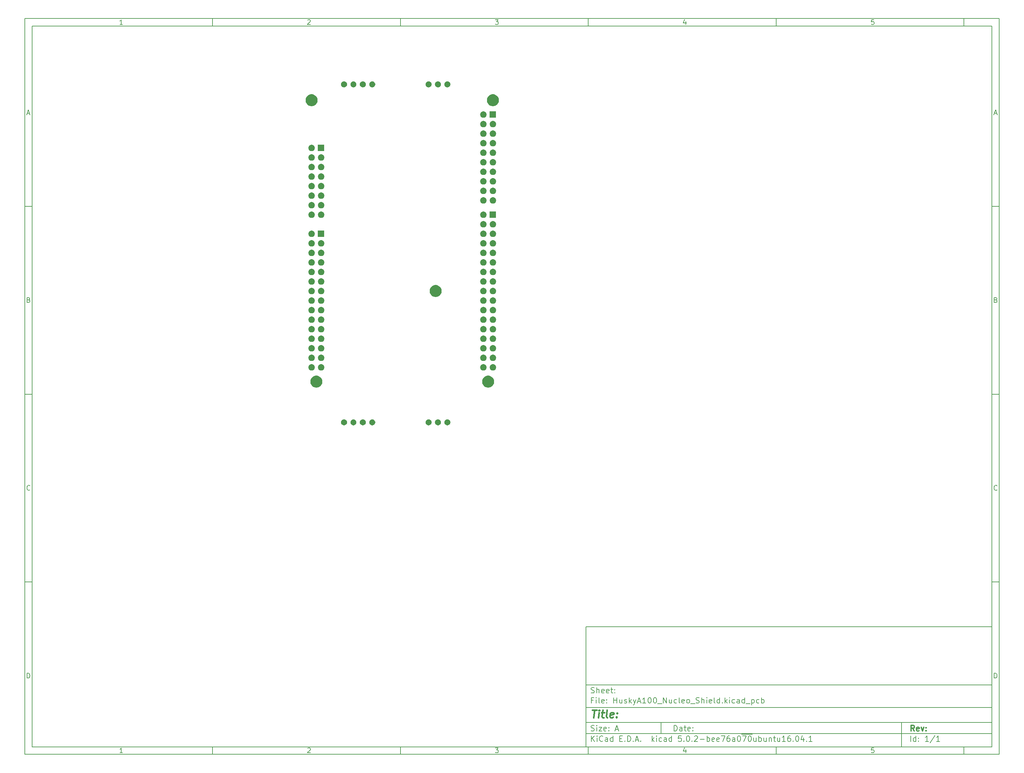
<source format=gbr>
G04 #@! TF.GenerationSoftware,KiCad,Pcbnew,5.0.2-bee76a0~70~ubuntu16.04.1*
G04 #@! TF.CreationDate,2019-02-15T17:44:48-05:00*
G04 #@! TF.ProjectId,HuskyA100_Nucleo_Shield,4875736b-7941-4313-9030-5f4e75636c65,rev?*
G04 #@! TF.SameCoordinates,Original*
G04 #@! TF.FileFunction,Soldermask,Bot*
G04 #@! TF.FilePolarity,Negative*
%FSLAX46Y46*%
G04 Gerber Fmt 4.6, Leading zero omitted, Abs format (unit mm)*
G04 Created by KiCad (PCBNEW 5.0.2-bee76a0~70~ubuntu16.04.1) date Fri 15 Feb 2019 05:44:48 PM EST*
%MOMM*%
%LPD*%
G01*
G04 APERTURE LIST*
%ADD10C,0.100000*%
%ADD11C,0.150000*%
%ADD12C,0.300000*%
%ADD13C,0.400000*%
G04 APERTURE END LIST*
D10*
D11*
X159400000Y-171900000D02*
X159400000Y-203900000D01*
X267400000Y-203900000D01*
X267400000Y-171900000D01*
X159400000Y-171900000D01*
D10*
D11*
X10000000Y-10000000D02*
X10000000Y-205900000D01*
X269400000Y-205900000D01*
X269400000Y-10000000D01*
X10000000Y-10000000D01*
D10*
D11*
X12000000Y-12000000D02*
X12000000Y-203900000D01*
X267400000Y-203900000D01*
X267400000Y-12000000D01*
X12000000Y-12000000D01*
D10*
D11*
X60000000Y-12000000D02*
X60000000Y-10000000D01*
D10*
D11*
X110000000Y-12000000D02*
X110000000Y-10000000D01*
D10*
D11*
X160000000Y-12000000D02*
X160000000Y-10000000D01*
D10*
D11*
X210000000Y-12000000D02*
X210000000Y-10000000D01*
D10*
D11*
X260000000Y-12000000D02*
X260000000Y-10000000D01*
D10*
D11*
X36065476Y-11588095D02*
X35322619Y-11588095D01*
X35694047Y-11588095D02*
X35694047Y-10288095D01*
X35570238Y-10473809D01*
X35446428Y-10597619D01*
X35322619Y-10659523D01*
D10*
D11*
X85322619Y-10411904D02*
X85384523Y-10350000D01*
X85508333Y-10288095D01*
X85817857Y-10288095D01*
X85941666Y-10350000D01*
X86003571Y-10411904D01*
X86065476Y-10535714D01*
X86065476Y-10659523D01*
X86003571Y-10845238D01*
X85260714Y-11588095D01*
X86065476Y-11588095D01*
D10*
D11*
X135260714Y-10288095D02*
X136065476Y-10288095D01*
X135632142Y-10783333D01*
X135817857Y-10783333D01*
X135941666Y-10845238D01*
X136003571Y-10907142D01*
X136065476Y-11030952D01*
X136065476Y-11340476D01*
X136003571Y-11464285D01*
X135941666Y-11526190D01*
X135817857Y-11588095D01*
X135446428Y-11588095D01*
X135322619Y-11526190D01*
X135260714Y-11464285D01*
D10*
D11*
X185941666Y-10721428D02*
X185941666Y-11588095D01*
X185632142Y-10226190D02*
X185322619Y-11154761D01*
X186127380Y-11154761D01*
D10*
D11*
X236003571Y-10288095D02*
X235384523Y-10288095D01*
X235322619Y-10907142D01*
X235384523Y-10845238D01*
X235508333Y-10783333D01*
X235817857Y-10783333D01*
X235941666Y-10845238D01*
X236003571Y-10907142D01*
X236065476Y-11030952D01*
X236065476Y-11340476D01*
X236003571Y-11464285D01*
X235941666Y-11526190D01*
X235817857Y-11588095D01*
X235508333Y-11588095D01*
X235384523Y-11526190D01*
X235322619Y-11464285D01*
D10*
D11*
X60000000Y-203900000D02*
X60000000Y-205900000D01*
D10*
D11*
X110000000Y-203900000D02*
X110000000Y-205900000D01*
D10*
D11*
X160000000Y-203900000D02*
X160000000Y-205900000D01*
D10*
D11*
X210000000Y-203900000D02*
X210000000Y-205900000D01*
D10*
D11*
X260000000Y-203900000D02*
X260000000Y-205900000D01*
D10*
D11*
X36065476Y-205488095D02*
X35322619Y-205488095D01*
X35694047Y-205488095D02*
X35694047Y-204188095D01*
X35570238Y-204373809D01*
X35446428Y-204497619D01*
X35322619Y-204559523D01*
D10*
D11*
X85322619Y-204311904D02*
X85384523Y-204250000D01*
X85508333Y-204188095D01*
X85817857Y-204188095D01*
X85941666Y-204250000D01*
X86003571Y-204311904D01*
X86065476Y-204435714D01*
X86065476Y-204559523D01*
X86003571Y-204745238D01*
X85260714Y-205488095D01*
X86065476Y-205488095D01*
D10*
D11*
X135260714Y-204188095D02*
X136065476Y-204188095D01*
X135632142Y-204683333D01*
X135817857Y-204683333D01*
X135941666Y-204745238D01*
X136003571Y-204807142D01*
X136065476Y-204930952D01*
X136065476Y-205240476D01*
X136003571Y-205364285D01*
X135941666Y-205426190D01*
X135817857Y-205488095D01*
X135446428Y-205488095D01*
X135322619Y-205426190D01*
X135260714Y-205364285D01*
D10*
D11*
X185941666Y-204621428D02*
X185941666Y-205488095D01*
X185632142Y-204126190D02*
X185322619Y-205054761D01*
X186127380Y-205054761D01*
D10*
D11*
X236003571Y-204188095D02*
X235384523Y-204188095D01*
X235322619Y-204807142D01*
X235384523Y-204745238D01*
X235508333Y-204683333D01*
X235817857Y-204683333D01*
X235941666Y-204745238D01*
X236003571Y-204807142D01*
X236065476Y-204930952D01*
X236065476Y-205240476D01*
X236003571Y-205364285D01*
X235941666Y-205426190D01*
X235817857Y-205488095D01*
X235508333Y-205488095D01*
X235384523Y-205426190D01*
X235322619Y-205364285D01*
D10*
D11*
X10000000Y-60000000D02*
X12000000Y-60000000D01*
D10*
D11*
X10000000Y-110000000D02*
X12000000Y-110000000D01*
D10*
D11*
X10000000Y-160000000D02*
X12000000Y-160000000D01*
D10*
D11*
X10690476Y-35216666D02*
X11309523Y-35216666D01*
X10566666Y-35588095D02*
X11000000Y-34288095D01*
X11433333Y-35588095D01*
D10*
D11*
X11092857Y-84907142D02*
X11278571Y-84969047D01*
X11340476Y-85030952D01*
X11402380Y-85154761D01*
X11402380Y-85340476D01*
X11340476Y-85464285D01*
X11278571Y-85526190D01*
X11154761Y-85588095D01*
X10659523Y-85588095D01*
X10659523Y-84288095D01*
X11092857Y-84288095D01*
X11216666Y-84350000D01*
X11278571Y-84411904D01*
X11340476Y-84535714D01*
X11340476Y-84659523D01*
X11278571Y-84783333D01*
X11216666Y-84845238D01*
X11092857Y-84907142D01*
X10659523Y-84907142D01*
D10*
D11*
X11402380Y-135464285D02*
X11340476Y-135526190D01*
X11154761Y-135588095D01*
X11030952Y-135588095D01*
X10845238Y-135526190D01*
X10721428Y-135402380D01*
X10659523Y-135278571D01*
X10597619Y-135030952D01*
X10597619Y-134845238D01*
X10659523Y-134597619D01*
X10721428Y-134473809D01*
X10845238Y-134350000D01*
X11030952Y-134288095D01*
X11154761Y-134288095D01*
X11340476Y-134350000D01*
X11402380Y-134411904D01*
D10*
D11*
X10659523Y-185588095D02*
X10659523Y-184288095D01*
X10969047Y-184288095D01*
X11154761Y-184350000D01*
X11278571Y-184473809D01*
X11340476Y-184597619D01*
X11402380Y-184845238D01*
X11402380Y-185030952D01*
X11340476Y-185278571D01*
X11278571Y-185402380D01*
X11154761Y-185526190D01*
X10969047Y-185588095D01*
X10659523Y-185588095D01*
D10*
D11*
X269400000Y-60000000D02*
X267400000Y-60000000D01*
D10*
D11*
X269400000Y-110000000D02*
X267400000Y-110000000D01*
D10*
D11*
X269400000Y-160000000D02*
X267400000Y-160000000D01*
D10*
D11*
X268090476Y-35216666D02*
X268709523Y-35216666D01*
X267966666Y-35588095D02*
X268400000Y-34288095D01*
X268833333Y-35588095D01*
D10*
D11*
X268492857Y-84907142D02*
X268678571Y-84969047D01*
X268740476Y-85030952D01*
X268802380Y-85154761D01*
X268802380Y-85340476D01*
X268740476Y-85464285D01*
X268678571Y-85526190D01*
X268554761Y-85588095D01*
X268059523Y-85588095D01*
X268059523Y-84288095D01*
X268492857Y-84288095D01*
X268616666Y-84350000D01*
X268678571Y-84411904D01*
X268740476Y-84535714D01*
X268740476Y-84659523D01*
X268678571Y-84783333D01*
X268616666Y-84845238D01*
X268492857Y-84907142D01*
X268059523Y-84907142D01*
D10*
D11*
X268802380Y-135464285D02*
X268740476Y-135526190D01*
X268554761Y-135588095D01*
X268430952Y-135588095D01*
X268245238Y-135526190D01*
X268121428Y-135402380D01*
X268059523Y-135278571D01*
X267997619Y-135030952D01*
X267997619Y-134845238D01*
X268059523Y-134597619D01*
X268121428Y-134473809D01*
X268245238Y-134350000D01*
X268430952Y-134288095D01*
X268554761Y-134288095D01*
X268740476Y-134350000D01*
X268802380Y-134411904D01*
D10*
D11*
X268059523Y-185588095D02*
X268059523Y-184288095D01*
X268369047Y-184288095D01*
X268554761Y-184350000D01*
X268678571Y-184473809D01*
X268740476Y-184597619D01*
X268802380Y-184845238D01*
X268802380Y-185030952D01*
X268740476Y-185278571D01*
X268678571Y-185402380D01*
X268554761Y-185526190D01*
X268369047Y-185588095D01*
X268059523Y-185588095D01*
D10*
D11*
X182832142Y-199678571D02*
X182832142Y-198178571D01*
X183189285Y-198178571D01*
X183403571Y-198250000D01*
X183546428Y-198392857D01*
X183617857Y-198535714D01*
X183689285Y-198821428D01*
X183689285Y-199035714D01*
X183617857Y-199321428D01*
X183546428Y-199464285D01*
X183403571Y-199607142D01*
X183189285Y-199678571D01*
X182832142Y-199678571D01*
X184975000Y-199678571D02*
X184975000Y-198892857D01*
X184903571Y-198750000D01*
X184760714Y-198678571D01*
X184475000Y-198678571D01*
X184332142Y-198750000D01*
X184975000Y-199607142D02*
X184832142Y-199678571D01*
X184475000Y-199678571D01*
X184332142Y-199607142D01*
X184260714Y-199464285D01*
X184260714Y-199321428D01*
X184332142Y-199178571D01*
X184475000Y-199107142D01*
X184832142Y-199107142D01*
X184975000Y-199035714D01*
X185475000Y-198678571D02*
X186046428Y-198678571D01*
X185689285Y-198178571D02*
X185689285Y-199464285D01*
X185760714Y-199607142D01*
X185903571Y-199678571D01*
X186046428Y-199678571D01*
X187117857Y-199607142D02*
X186975000Y-199678571D01*
X186689285Y-199678571D01*
X186546428Y-199607142D01*
X186475000Y-199464285D01*
X186475000Y-198892857D01*
X186546428Y-198750000D01*
X186689285Y-198678571D01*
X186975000Y-198678571D01*
X187117857Y-198750000D01*
X187189285Y-198892857D01*
X187189285Y-199035714D01*
X186475000Y-199178571D01*
X187832142Y-199535714D02*
X187903571Y-199607142D01*
X187832142Y-199678571D01*
X187760714Y-199607142D01*
X187832142Y-199535714D01*
X187832142Y-199678571D01*
X187832142Y-198750000D02*
X187903571Y-198821428D01*
X187832142Y-198892857D01*
X187760714Y-198821428D01*
X187832142Y-198750000D01*
X187832142Y-198892857D01*
D10*
D11*
X159400000Y-200400000D02*
X267400000Y-200400000D01*
D10*
D11*
X160832142Y-202478571D02*
X160832142Y-200978571D01*
X161689285Y-202478571D02*
X161046428Y-201621428D01*
X161689285Y-200978571D02*
X160832142Y-201835714D01*
X162332142Y-202478571D02*
X162332142Y-201478571D01*
X162332142Y-200978571D02*
X162260714Y-201050000D01*
X162332142Y-201121428D01*
X162403571Y-201050000D01*
X162332142Y-200978571D01*
X162332142Y-201121428D01*
X163903571Y-202335714D02*
X163832142Y-202407142D01*
X163617857Y-202478571D01*
X163475000Y-202478571D01*
X163260714Y-202407142D01*
X163117857Y-202264285D01*
X163046428Y-202121428D01*
X162975000Y-201835714D01*
X162975000Y-201621428D01*
X163046428Y-201335714D01*
X163117857Y-201192857D01*
X163260714Y-201050000D01*
X163475000Y-200978571D01*
X163617857Y-200978571D01*
X163832142Y-201050000D01*
X163903571Y-201121428D01*
X165189285Y-202478571D02*
X165189285Y-201692857D01*
X165117857Y-201550000D01*
X164975000Y-201478571D01*
X164689285Y-201478571D01*
X164546428Y-201550000D01*
X165189285Y-202407142D02*
X165046428Y-202478571D01*
X164689285Y-202478571D01*
X164546428Y-202407142D01*
X164475000Y-202264285D01*
X164475000Y-202121428D01*
X164546428Y-201978571D01*
X164689285Y-201907142D01*
X165046428Y-201907142D01*
X165189285Y-201835714D01*
X166546428Y-202478571D02*
X166546428Y-200978571D01*
X166546428Y-202407142D02*
X166403571Y-202478571D01*
X166117857Y-202478571D01*
X165975000Y-202407142D01*
X165903571Y-202335714D01*
X165832142Y-202192857D01*
X165832142Y-201764285D01*
X165903571Y-201621428D01*
X165975000Y-201550000D01*
X166117857Y-201478571D01*
X166403571Y-201478571D01*
X166546428Y-201550000D01*
X168403571Y-201692857D02*
X168903571Y-201692857D01*
X169117857Y-202478571D02*
X168403571Y-202478571D01*
X168403571Y-200978571D01*
X169117857Y-200978571D01*
X169760714Y-202335714D02*
X169832142Y-202407142D01*
X169760714Y-202478571D01*
X169689285Y-202407142D01*
X169760714Y-202335714D01*
X169760714Y-202478571D01*
X170475000Y-202478571D02*
X170475000Y-200978571D01*
X170832142Y-200978571D01*
X171046428Y-201050000D01*
X171189285Y-201192857D01*
X171260714Y-201335714D01*
X171332142Y-201621428D01*
X171332142Y-201835714D01*
X171260714Y-202121428D01*
X171189285Y-202264285D01*
X171046428Y-202407142D01*
X170832142Y-202478571D01*
X170475000Y-202478571D01*
X171975000Y-202335714D02*
X172046428Y-202407142D01*
X171975000Y-202478571D01*
X171903571Y-202407142D01*
X171975000Y-202335714D01*
X171975000Y-202478571D01*
X172617857Y-202050000D02*
X173332142Y-202050000D01*
X172475000Y-202478571D02*
X172975000Y-200978571D01*
X173475000Y-202478571D01*
X173975000Y-202335714D02*
X174046428Y-202407142D01*
X173975000Y-202478571D01*
X173903571Y-202407142D01*
X173975000Y-202335714D01*
X173975000Y-202478571D01*
X176975000Y-202478571D02*
X176975000Y-200978571D01*
X177117857Y-201907142D02*
X177546428Y-202478571D01*
X177546428Y-201478571D02*
X176975000Y-202050000D01*
X178189285Y-202478571D02*
X178189285Y-201478571D01*
X178189285Y-200978571D02*
X178117857Y-201050000D01*
X178189285Y-201121428D01*
X178260714Y-201050000D01*
X178189285Y-200978571D01*
X178189285Y-201121428D01*
X179546428Y-202407142D02*
X179403571Y-202478571D01*
X179117857Y-202478571D01*
X178975000Y-202407142D01*
X178903571Y-202335714D01*
X178832142Y-202192857D01*
X178832142Y-201764285D01*
X178903571Y-201621428D01*
X178975000Y-201550000D01*
X179117857Y-201478571D01*
X179403571Y-201478571D01*
X179546428Y-201550000D01*
X180832142Y-202478571D02*
X180832142Y-201692857D01*
X180760714Y-201550000D01*
X180617857Y-201478571D01*
X180332142Y-201478571D01*
X180189285Y-201550000D01*
X180832142Y-202407142D02*
X180689285Y-202478571D01*
X180332142Y-202478571D01*
X180189285Y-202407142D01*
X180117857Y-202264285D01*
X180117857Y-202121428D01*
X180189285Y-201978571D01*
X180332142Y-201907142D01*
X180689285Y-201907142D01*
X180832142Y-201835714D01*
X182189285Y-202478571D02*
X182189285Y-200978571D01*
X182189285Y-202407142D02*
X182046428Y-202478571D01*
X181760714Y-202478571D01*
X181617857Y-202407142D01*
X181546428Y-202335714D01*
X181475000Y-202192857D01*
X181475000Y-201764285D01*
X181546428Y-201621428D01*
X181617857Y-201550000D01*
X181760714Y-201478571D01*
X182046428Y-201478571D01*
X182189285Y-201550000D01*
X184760714Y-200978571D02*
X184046428Y-200978571D01*
X183975000Y-201692857D01*
X184046428Y-201621428D01*
X184189285Y-201550000D01*
X184546428Y-201550000D01*
X184689285Y-201621428D01*
X184760714Y-201692857D01*
X184832142Y-201835714D01*
X184832142Y-202192857D01*
X184760714Y-202335714D01*
X184689285Y-202407142D01*
X184546428Y-202478571D01*
X184189285Y-202478571D01*
X184046428Y-202407142D01*
X183975000Y-202335714D01*
X185475000Y-202335714D02*
X185546428Y-202407142D01*
X185475000Y-202478571D01*
X185403571Y-202407142D01*
X185475000Y-202335714D01*
X185475000Y-202478571D01*
X186475000Y-200978571D02*
X186617857Y-200978571D01*
X186760714Y-201050000D01*
X186832142Y-201121428D01*
X186903571Y-201264285D01*
X186975000Y-201550000D01*
X186975000Y-201907142D01*
X186903571Y-202192857D01*
X186832142Y-202335714D01*
X186760714Y-202407142D01*
X186617857Y-202478571D01*
X186475000Y-202478571D01*
X186332142Y-202407142D01*
X186260714Y-202335714D01*
X186189285Y-202192857D01*
X186117857Y-201907142D01*
X186117857Y-201550000D01*
X186189285Y-201264285D01*
X186260714Y-201121428D01*
X186332142Y-201050000D01*
X186475000Y-200978571D01*
X187617857Y-202335714D02*
X187689285Y-202407142D01*
X187617857Y-202478571D01*
X187546428Y-202407142D01*
X187617857Y-202335714D01*
X187617857Y-202478571D01*
X188260714Y-201121428D02*
X188332142Y-201050000D01*
X188475000Y-200978571D01*
X188832142Y-200978571D01*
X188975000Y-201050000D01*
X189046428Y-201121428D01*
X189117857Y-201264285D01*
X189117857Y-201407142D01*
X189046428Y-201621428D01*
X188189285Y-202478571D01*
X189117857Y-202478571D01*
X189760714Y-201907142D02*
X190903571Y-201907142D01*
X191617857Y-202478571D02*
X191617857Y-200978571D01*
X191617857Y-201550000D02*
X191760714Y-201478571D01*
X192046428Y-201478571D01*
X192189285Y-201550000D01*
X192260714Y-201621428D01*
X192332142Y-201764285D01*
X192332142Y-202192857D01*
X192260714Y-202335714D01*
X192189285Y-202407142D01*
X192046428Y-202478571D01*
X191760714Y-202478571D01*
X191617857Y-202407142D01*
X193546428Y-202407142D02*
X193403571Y-202478571D01*
X193117857Y-202478571D01*
X192975000Y-202407142D01*
X192903571Y-202264285D01*
X192903571Y-201692857D01*
X192975000Y-201550000D01*
X193117857Y-201478571D01*
X193403571Y-201478571D01*
X193546428Y-201550000D01*
X193617857Y-201692857D01*
X193617857Y-201835714D01*
X192903571Y-201978571D01*
X194832142Y-202407142D02*
X194689285Y-202478571D01*
X194403571Y-202478571D01*
X194260714Y-202407142D01*
X194189285Y-202264285D01*
X194189285Y-201692857D01*
X194260714Y-201550000D01*
X194403571Y-201478571D01*
X194689285Y-201478571D01*
X194832142Y-201550000D01*
X194903571Y-201692857D01*
X194903571Y-201835714D01*
X194189285Y-201978571D01*
X195403571Y-200978571D02*
X196403571Y-200978571D01*
X195760714Y-202478571D01*
X197617857Y-200978571D02*
X197332142Y-200978571D01*
X197189285Y-201050000D01*
X197117857Y-201121428D01*
X196975000Y-201335714D01*
X196903571Y-201621428D01*
X196903571Y-202192857D01*
X196975000Y-202335714D01*
X197046428Y-202407142D01*
X197189285Y-202478571D01*
X197475000Y-202478571D01*
X197617857Y-202407142D01*
X197689285Y-202335714D01*
X197760714Y-202192857D01*
X197760714Y-201835714D01*
X197689285Y-201692857D01*
X197617857Y-201621428D01*
X197475000Y-201550000D01*
X197189285Y-201550000D01*
X197046428Y-201621428D01*
X196975000Y-201692857D01*
X196903571Y-201835714D01*
X199046428Y-202478571D02*
X199046428Y-201692857D01*
X198975000Y-201550000D01*
X198832142Y-201478571D01*
X198546428Y-201478571D01*
X198403571Y-201550000D01*
X199046428Y-202407142D02*
X198903571Y-202478571D01*
X198546428Y-202478571D01*
X198403571Y-202407142D01*
X198332142Y-202264285D01*
X198332142Y-202121428D01*
X198403571Y-201978571D01*
X198546428Y-201907142D01*
X198903571Y-201907142D01*
X199046428Y-201835714D01*
X200046428Y-200978571D02*
X200189285Y-200978571D01*
X200332142Y-201050000D01*
X200403571Y-201121428D01*
X200475000Y-201264285D01*
X200546428Y-201550000D01*
X200546428Y-201907142D01*
X200475000Y-202192857D01*
X200403571Y-202335714D01*
X200332142Y-202407142D01*
X200189285Y-202478571D01*
X200046428Y-202478571D01*
X199903571Y-202407142D01*
X199832142Y-202335714D01*
X199760714Y-202192857D01*
X199689285Y-201907142D01*
X199689285Y-201550000D01*
X199760714Y-201264285D01*
X199832142Y-201121428D01*
X199903571Y-201050000D01*
X200046428Y-200978571D01*
X200832142Y-200570000D02*
X202260714Y-200570000D01*
X201046428Y-200978571D02*
X202046428Y-200978571D01*
X201403571Y-202478571D01*
X202260714Y-200570000D02*
X203689285Y-200570000D01*
X202903571Y-200978571D02*
X203046428Y-200978571D01*
X203189285Y-201050000D01*
X203260714Y-201121428D01*
X203332142Y-201264285D01*
X203403571Y-201550000D01*
X203403571Y-201907142D01*
X203332142Y-202192857D01*
X203260714Y-202335714D01*
X203189285Y-202407142D01*
X203046428Y-202478571D01*
X202903571Y-202478571D01*
X202760714Y-202407142D01*
X202689285Y-202335714D01*
X202617857Y-202192857D01*
X202546428Y-201907142D01*
X202546428Y-201550000D01*
X202617857Y-201264285D01*
X202689285Y-201121428D01*
X202760714Y-201050000D01*
X202903571Y-200978571D01*
X204689285Y-201478571D02*
X204689285Y-202478571D01*
X204046428Y-201478571D02*
X204046428Y-202264285D01*
X204117857Y-202407142D01*
X204260714Y-202478571D01*
X204475000Y-202478571D01*
X204617857Y-202407142D01*
X204689285Y-202335714D01*
X205403571Y-202478571D02*
X205403571Y-200978571D01*
X205403571Y-201550000D02*
X205546428Y-201478571D01*
X205832142Y-201478571D01*
X205975000Y-201550000D01*
X206046428Y-201621428D01*
X206117857Y-201764285D01*
X206117857Y-202192857D01*
X206046428Y-202335714D01*
X205975000Y-202407142D01*
X205832142Y-202478571D01*
X205546428Y-202478571D01*
X205403571Y-202407142D01*
X207403571Y-201478571D02*
X207403571Y-202478571D01*
X206760714Y-201478571D02*
X206760714Y-202264285D01*
X206832142Y-202407142D01*
X206975000Y-202478571D01*
X207189285Y-202478571D01*
X207332142Y-202407142D01*
X207403571Y-202335714D01*
X208117857Y-201478571D02*
X208117857Y-202478571D01*
X208117857Y-201621428D02*
X208189285Y-201550000D01*
X208332142Y-201478571D01*
X208546428Y-201478571D01*
X208689285Y-201550000D01*
X208760714Y-201692857D01*
X208760714Y-202478571D01*
X209260714Y-201478571D02*
X209832142Y-201478571D01*
X209475000Y-200978571D02*
X209475000Y-202264285D01*
X209546428Y-202407142D01*
X209689285Y-202478571D01*
X209832142Y-202478571D01*
X210975000Y-201478571D02*
X210975000Y-202478571D01*
X210332142Y-201478571D02*
X210332142Y-202264285D01*
X210403571Y-202407142D01*
X210546428Y-202478571D01*
X210760714Y-202478571D01*
X210903571Y-202407142D01*
X210975000Y-202335714D01*
X212475000Y-202478571D02*
X211617857Y-202478571D01*
X212046428Y-202478571D02*
X212046428Y-200978571D01*
X211903571Y-201192857D01*
X211760714Y-201335714D01*
X211617857Y-201407142D01*
X213760714Y-200978571D02*
X213475000Y-200978571D01*
X213332142Y-201050000D01*
X213260714Y-201121428D01*
X213117857Y-201335714D01*
X213046428Y-201621428D01*
X213046428Y-202192857D01*
X213117857Y-202335714D01*
X213189285Y-202407142D01*
X213332142Y-202478571D01*
X213617857Y-202478571D01*
X213760714Y-202407142D01*
X213832142Y-202335714D01*
X213903571Y-202192857D01*
X213903571Y-201835714D01*
X213832142Y-201692857D01*
X213760714Y-201621428D01*
X213617857Y-201550000D01*
X213332142Y-201550000D01*
X213189285Y-201621428D01*
X213117857Y-201692857D01*
X213046428Y-201835714D01*
X214546428Y-202335714D02*
X214617857Y-202407142D01*
X214546428Y-202478571D01*
X214475000Y-202407142D01*
X214546428Y-202335714D01*
X214546428Y-202478571D01*
X215546428Y-200978571D02*
X215689285Y-200978571D01*
X215832142Y-201050000D01*
X215903571Y-201121428D01*
X215975000Y-201264285D01*
X216046428Y-201550000D01*
X216046428Y-201907142D01*
X215975000Y-202192857D01*
X215903571Y-202335714D01*
X215832142Y-202407142D01*
X215689285Y-202478571D01*
X215546428Y-202478571D01*
X215403571Y-202407142D01*
X215332142Y-202335714D01*
X215260714Y-202192857D01*
X215189285Y-201907142D01*
X215189285Y-201550000D01*
X215260714Y-201264285D01*
X215332142Y-201121428D01*
X215403571Y-201050000D01*
X215546428Y-200978571D01*
X217332142Y-201478571D02*
X217332142Y-202478571D01*
X216975000Y-200907142D02*
X216617857Y-201978571D01*
X217546428Y-201978571D01*
X218117857Y-202335714D02*
X218189285Y-202407142D01*
X218117857Y-202478571D01*
X218046428Y-202407142D01*
X218117857Y-202335714D01*
X218117857Y-202478571D01*
X219617857Y-202478571D02*
X218760714Y-202478571D01*
X219189285Y-202478571D02*
X219189285Y-200978571D01*
X219046428Y-201192857D01*
X218903571Y-201335714D01*
X218760714Y-201407142D01*
D10*
D11*
X159400000Y-197400000D02*
X267400000Y-197400000D01*
D10*
D12*
X246809285Y-199678571D02*
X246309285Y-198964285D01*
X245952142Y-199678571D02*
X245952142Y-198178571D01*
X246523571Y-198178571D01*
X246666428Y-198250000D01*
X246737857Y-198321428D01*
X246809285Y-198464285D01*
X246809285Y-198678571D01*
X246737857Y-198821428D01*
X246666428Y-198892857D01*
X246523571Y-198964285D01*
X245952142Y-198964285D01*
X248023571Y-199607142D02*
X247880714Y-199678571D01*
X247595000Y-199678571D01*
X247452142Y-199607142D01*
X247380714Y-199464285D01*
X247380714Y-198892857D01*
X247452142Y-198750000D01*
X247595000Y-198678571D01*
X247880714Y-198678571D01*
X248023571Y-198750000D01*
X248095000Y-198892857D01*
X248095000Y-199035714D01*
X247380714Y-199178571D01*
X248595000Y-198678571D02*
X248952142Y-199678571D01*
X249309285Y-198678571D01*
X249880714Y-199535714D02*
X249952142Y-199607142D01*
X249880714Y-199678571D01*
X249809285Y-199607142D01*
X249880714Y-199535714D01*
X249880714Y-199678571D01*
X249880714Y-198750000D02*
X249952142Y-198821428D01*
X249880714Y-198892857D01*
X249809285Y-198821428D01*
X249880714Y-198750000D01*
X249880714Y-198892857D01*
D10*
D11*
X160760714Y-199607142D02*
X160975000Y-199678571D01*
X161332142Y-199678571D01*
X161475000Y-199607142D01*
X161546428Y-199535714D01*
X161617857Y-199392857D01*
X161617857Y-199250000D01*
X161546428Y-199107142D01*
X161475000Y-199035714D01*
X161332142Y-198964285D01*
X161046428Y-198892857D01*
X160903571Y-198821428D01*
X160832142Y-198750000D01*
X160760714Y-198607142D01*
X160760714Y-198464285D01*
X160832142Y-198321428D01*
X160903571Y-198250000D01*
X161046428Y-198178571D01*
X161403571Y-198178571D01*
X161617857Y-198250000D01*
X162260714Y-199678571D02*
X162260714Y-198678571D01*
X162260714Y-198178571D02*
X162189285Y-198250000D01*
X162260714Y-198321428D01*
X162332142Y-198250000D01*
X162260714Y-198178571D01*
X162260714Y-198321428D01*
X162832142Y-198678571D02*
X163617857Y-198678571D01*
X162832142Y-199678571D01*
X163617857Y-199678571D01*
X164760714Y-199607142D02*
X164617857Y-199678571D01*
X164332142Y-199678571D01*
X164189285Y-199607142D01*
X164117857Y-199464285D01*
X164117857Y-198892857D01*
X164189285Y-198750000D01*
X164332142Y-198678571D01*
X164617857Y-198678571D01*
X164760714Y-198750000D01*
X164832142Y-198892857D01*
X164832142Y-199035714D01*
X164117857Y-199178571D01*
X165475000Y-199535714D02*
X165546428Y-199607142D01*
X165475000Y-199678571D01*
X165403571Y-199607142D01*
X165475000Y-199535714D01*
X165475000Y-199678571D01*
X165475000Y-198750000D02*
X165546428Y-198821428D01*
X165475000Y-198892857D01*
X165403571Y-198821428D01*
X165475000Y-198750000D01*
X165475000Y-198892857D01*
X167260714Y-199250000D02*
X167975000Y-199250000D01*
X167117857Y-199678571D02*
X167617857Y-198178571D01*
X168117857Y-199678571D01*
D10*
D11*
X245832142Y-202478571D02*
X245832142Y-200978571D01*
X247189285Y-202478571D02*
X247189285Y-200978571D01*
X247189285Y-202407142D02*
X247046428Y-202478571D01*
X246760714Y-202478571D01*
X246617857Y-202407142D01*
X246546428Y-202335714D01*
X246475000Y-202192857D01*
X246475000Y-201764285D01*
X246546428Y-201621428D01*
X246617857Y-201550000D01*
X246760714Y-201478571D01*
X247046428Y-201478571D01*
X247189285Y-201550000D01*
X247903571Y-202335714D02*
X247975000Y-202407142D01*
X247903571Y-202478571D01*
X247832142Y-202407142D01*
X247903571Y-202335714D01*
X247903571Y-202478571D01*
X247903571Y-201550000D02*
X247975000Y-201621428D01*
X247903571Y-201692857D01*
X247832142Y-201621428D01*
X247903571Y-201550000D01*
X247903571Y-201692857D01*
X250546428Y-202478571D02*
X249689285Y-202478571D01*
X250117857Y-202478571D02*
X250117857Y-200978571D01*
X249975000Y-201192857D01*
X249832142Y-201335714D01*
X249689285Y-201407142D01*
X252260714Y-200907142D02*
X250975000Y-202835714D01*
X253546428Y-202478571D02*
X252689285Y-202478571D01*
X253117857Y-202478571D02*
X253117857Y-200978571D01*
X252975000Y-201192857D01*
X252832142Y-201335714D01*
X252689285Y-201407142D01*
D10*
D11*
X159400000Y-193400000D02*
X267400000Y-193400000D01*
D10*
D13*
X161112380Y-194104761D02*
X162255238Y-194104761D01*
X161433809Y-196104761D02*
X161683809Y-194104761D01*
X162671904Y-196104761D02*
X162838571Y-194771428D01*
X162921904Y-194104761D02*
X162814761Y-194200000D01*
X162898095Y-194295238D01*
X163005238Y-194200000D01*
X162921904Y-194104761D01*
X162898095Y-194295238D01*
X163505238Y-194771428D02*
X164267142Y-194771428D01*
X163874285Y-194104761D02*
X163660000Y-195819047D01*
X163731428Y-196009523D01*
X163910000Y-196104761D01*
X164100476Y-196104761D01*
X165052857Y-196104761D02*
X164874285Y-196009523D01*
X164802857Y-195819047D01*
X165017142Y-194104761D01*
X166588571Y-196009523D02*
X166386190Y-196104761D01*
X166005238Y-196104761D01*
X165826666Y-196009523D01*
X165755238Y-195819047D01*
X165850476Y-195057142D01*
X165969523Y-194866666D01*
X166171904Y-194771428D01*
X166552857Y-194771428D01*
X166731428Y-194866666D01*
X166802857Y-195057142D01*
X166779047Y-195247619D01*
X165802857Y-195438095D01*
X167552857Y-195914285D02*
X167636190Y-196009523D01*
X167529047Y-196104761D01*
X167445714Y-196009523D01*
X167552857Y-195914285D01*
X167529047Y-196104761D01*
X167683809Y-194866666D02*
X167767142Y-194961904D01*
X167660000Y-195057142D01*
X167576666Y-194961904D01*
X167683809Y-194866666D01*
X167660000Y-195057142D01*
D10*
D11*
X161332142Y-191492857D02*
X160832142Y-191492857D01*
X160832142Y-192278571D02*
X160832142Y-190778571D01*
X161546428Y-190778571D01*
X162117857Y-192278571D02*
X162117857Y-191278571D01*
X162117857Y-190778571D02*
X162046428Y-190850000D01*
X162117857Y-190921428D01*
X162189285Y-190850000D01*
X162117857Y-190778571D01*
X162117857Y-190921428D01*
X163046428Y-192278571D02*
X162903571Y-192207142D01*
X162832142Y-192064285D01*
X162832142Y-190778571D01*
X164189285Y-192207142D02*
X164046428Y-192278571D01*
X163760714Y-192278571D01*
X163617857Y-192207142D01*
X163546428Y-192064285D01*
X163546428Y-191492857D01*
X163617857Y-191350000D01*
X163760714Y-191278571D01*
X164046428Y-191278571D01*
X164189285Y-191350000D01*
X164260714Y-191492857D01*
X164260714Y-191635714D01*
X163546428Y-191778571D01*
X164903571Y-192135714D02*
X164975000Y-192207142D01*
X164903571Y-192278571D01*
X164832142Y-192207142D01*
X164903571Y-192135714D01*
X164903571Y-192278571D01*
X164903571Y-191350000D02*
X164975000Y-191421428D01*
X164903571Y-191492857D01*
X164832142Y-191421428D01*
X164903571Y-191350000D01*
X164903571Y-191492857D01*
X166760714Y-192278571D02*
X166760714Y-190778571D01*
X166760714Y-191492857D02*
X167617857Y-191492857D01*
X167617857Y-192278571D02*
X167617857Y-190778571D01*
X168975000Y-191278571D02*
X168975000Y-192278571D01*
X168332142Y-191278571D02*
X168332142Y-192064285D01*
X168403571Y-192207142D01*
X168546428Y-192278571D01*
X168760714Y-192278571D01*
X168903571Y-192207142D01*
X168975000Y-192135714D01*
X169617857Y-192207142D02*
X169760714Y-192278571D01*
X170046428Y-192278571D01*
X170189285Y-192207142D01*
X170260714Y-192064285D01*
X170260714Y-191992857D01*
X170189285Y-191850000D01*
X170046428Y-191778571D01*
X169832142Y-191778571D01*
X169689285Y-191707142D01*
X169617857Y-191564285D01*
X169617857Y-191492857D01*
X169689285Y-191350000D01*
X169832142Y-191278571D01*
X170046428Y-191278571D01*
X170189285Y-191350000D01*
X170903571Y-192278571D02*
X170903571Y-190778571D01*
X171046428Y-191707142D02*
X171475000Y-192278571D01*
X171475000Y-191278571D02*
X170903571Y-191850000D01*
X171975000Y-191278571D02*
X172332142Y-192278571D01*
X172689285Y-191278571D02*
X172332142Y-192278571D01*
X172189285Y-192635714D01*
X172117857Y-192707142D01*
X171975000Y-192778571D01*
X173189285Y-191850000D02*
X173903571Y-191850000D01*
X173046428Y-192278571D02*
X173546428Y-190778571D01*
X174046428Y-192278571D01*
X175332142Y-192278571D02*
X174475000Y-192278571D01*
X174903571Y-192278571D02*
X174903571Y-190778571D01*
X174760714Y-190992857D01*
X174617857Y-191135714D01*
X174475000Y-191207142D01*
X176260714Y-190778571D02*
X176403571Y-190778571D01*
X176546428Y-190850000D01*
X176617857Y-190921428D01*
X176689285Y-191064285D01*
X176760714Y-191350000D01*
X176760714Y-191707142D01*
X176689285Y-191992857D01*
X176617857Y-192135714D01*
X176546428Y-192207142D01*
X176403571Y-192278571D01*
X176260714Y-192278571D01*
X176117857Y-192207142D01*
X176046428Y-192135714D01*
X175975000Y-191992857D01*
X175903571Y-191707142D01*
X175903571Y-191350000D01*
X175975000Y-191064285D01*
X176046428Y-190921428D01*
X176117857Y-190850000D01*
X176260714Y-190778571D01*
X177689285Y-190778571D02*
X177832142Y-190778571D01*
X177975000Y-190850000D01*
X178046428Y-190921428D01*
X178117857Y-191064285D01*
X178189285Y-191350000D01*
X178189285Y-191707142D01*
X178117857Y-191992857D01*
X178046428Y-192135714D01*
X177975000Y-192207142D01*
X177832142Y-192278571D01*
X177689285Y-192278571D01*
X177546428Y-192207142D01*
X177475000Y-192135714D01*
X177403571Y-191992857D01*
X177332142Y-191707142D01*
X177332142Y-191350000D01*
X177403571Y-191064285D01*
X177475000Y-190921428D01*
X177546428Y-190850000D01*
X177689285Y-190778571D01*
X178475000Y-192421428D02*
X179617857Y-192421428D01*
X179975000Y-192278571D02*
X179975000Y-190778571D01*
X180832142Y-192278571D01*
X180832142Y-190778571D01*
X182189285Y-191278571D02*
X182189285Y-192278571D01*
X181546428Y-191278571D02*
X181546428Y-192064285D01*
X181617857Y-192207142D01*
X181760714Y-192278571D01*
X181975000Y-192278571D01*
X182117857Y-192207142D01*
X182189285Y-192135714D01*
X183546428Y-192207142D02*
X183403571Y-192278571D01*
X183117857Y-192278571D01*
X182975000Y-192207142D01*
X182903571Y-192135714D01*
X182832142Y-191992857D01*
X182832142Y-191564285D01*
X182903571Y-191421428D01*
X182975000Y-191350000D01*
X183117857Y-191278571D01*
X183403571Y-191278571D01*
X183546428Y-191350000D01*
X184403571Y-192278571D02*
X184260714Y-192207142D01*
X184189285Y-192064285D01*
X184189285Y-190778571D01*
X185546428Y-192207142D02*
X185403571Y-192278571D01*
X185117857Y-192278571D01*
X184975000Y-192207142D01*
X184903571Y-192064285D01*
X184903571Y-191492857D01*
X184975000Y-191350000D01*
X185117857Y-191278571D01*
X185403571Y-191278571D01*
X185546428Y-191350000D01*
X185617857Y-191492857D01*
X185617857Y-191635714D01*
X184903571Y-191778571D01*
X186475000Y-192278571D02*
X186332142Y-192207142D01*
X186260714Y-192135714D01*
X186189285Y-191992857D01*
X186189285Y-191564285D01*
X186260714Y-191421428D01*
X186332142Y-191350000D01*
X186475000Y-191278571D01*
X186689285Y-191278571D01*
X186832142Y-191350000D01*
X186903571Y-191421428D01*
X186975000Y-191564285D01*
X186975000Y-191992857D01*
X186903571Y-192135714D01*
X186832142Y-192207142D01*
X186689285Y-192278571D01*
X186475000Y-192278571D01*
X187260714Y-192421428D02*
X188403571Y-192421428D01*
X188689285Y-192207142D02*
X188903571Y-192278571D01*
X189260714Y-192278571D01*
X189403571Y-192207142D01*
X189475000Y-192135714D01*
X189546428Y-191992857D01*
X189546428Y-191850000D01*
X189475000Y-191707142D01*
X189403571Y-191635714D01*
X189260714Y-191564285D01*
X188975000Y-191492857D01*
X188832142Y-191421428D01*
X188760714Y-191350000D01*
X188689285Y-191207142D01*
X188689285Y-191064285D01*
X188760714Y-190921428D01*
X188832142Y-190850000D01*
X188975000Y-190778571D01*
X189332142Y-190778571D01*
X189546428Y-190850000D01*
X190189285Y-192278571D02*
X190189285Y-190778571D01*
X190832142Y-192278571D02*
X190832142Y-191492857D01*
X190760714Y-191350000D01*
X190617857Y-191278571D01*
X190403571Y-191278571D01*
X190260714Y-191350000D01*
X190189285Y-191421428D01*
X191546428Y-192278571D02*
X191546428Y-191278571D01*
X191546428Y-190778571D02*
X191475000Y-190850000D01*
X191546428Y-190921428D01*
X191617857Y-190850000D01*
X191546428Y-190778571D01*
X191546428Y-190921428D01*
X192832142Y-192207142D02*
X192689285Y-192278571D01*
X192403571Y-192278571D01*
X192260714Y-192207142D01*
X192189285Y-192064285D01*
X192189285Y-191492857D01*
X192260714Y-191350000D01*
X192403571Y-191278571D01*
X192689285Y-191278571D01*
X192832142Y-191350000D01*
X192903571Y-191492857D01*
X192903571Y-191635714D01*
X192189285Y-191778571D01*
X193760714Y-192278571D02*
X193617857Y-192207142D01*
X193546428Y-192064285D01*
X193546428Y-190778571D01*
X194975000Y-192278571D02*
X194975000Y-190778571D01*
X194975000Y-192207142D02*
X194832142Y-192278571D01*
X194546428Y-192278571D01*
X194403571Y-192207142D01*
X194332142Y-192135714D01*
X194260714Y-191992857D01*
X194260714Y-191564285D01*
X194332142Y-191421428D01*
X194403571Y-191350000D01*
X194546428Y-191278571D01*
X194832142Y-191278571D01*
X194975000Y-191350000D01*
X195689285Y-192135714D02*
X195760714Y-192207142D01*
X195689285Y-192278571D01*
X195617857Y-192207142D01*
X195689285Y-192135714D01*
X195689285Y-192278571D01*
X196403571Y-192278571D02*
X196403571Y-190778571D01*
X196546428Y-191707142D02*
X196975000Y-192278571D01*
X196975000Y-191278571D02*
X196403571Y-191850000D01*
X197617857Y-192278571D02*
X197617857Y-191278571D01*
X197617857Y-190778571D02*
X197546428Y-190850000D01*
X197617857Y-190921428D01*
X197689285Y-190850000D01*
X197617857Y-190778571D01*
X197617857Y-190921428D01*
X198975000Y-192207142D02*
X198832142Y-192278571D01*
X198546428Y-192278571D01*
X198403571Y-192207142D01*
X198332142Y-192135714D01*
X198260714Y-191992857D01*
X198260714Y-191564285D01*
X198332142Y-191421428D01*
X198403571Y-191350000D01*
X198546428Y-191278571D01*
X198832142Y-191278571D01*
X198975000Y-191350000D01*
X200260714Y-192278571D02*
X200260714Y-191492857D01*
X200189285Y-191350000D01*
X200046428Y-191278571D01*
X199760714Y-191278571D01*
X199617857Y-191350000D01*
X200260714Y-192207142D02*
X200117857Y-192278571D01*
X199760714Y-192278571D01*
X199617857Y-192207142D01*
X199546428Y-192064285D01*
X199546428Y-191921428D01*
X199617857Y-191778571D01*
X199760714Y-191707142D01*
X200117857Y-191707142D01*
X200260714Y-191635714D01*
X201617857Y-192278571D02*
X201617857Y-190778571D01*
X201617857Y-192207142D02*
X201475000Y-192278571D01*
X201189285Y-192278571D01*
X201046428Y-192207142D01*
X200975000Y-192135714D01*
X200903571Y-191992857D01*
X200903571Y-191564285D01*
X200975000Y-191421428D01*
X201046428Y-191350000D01*
X201189285Y-191278571D01*
X201475000Y-191278571D01*
X201617857Y-191350000D01*
X201975000Y-192421428D02*
X203117857Y-192421428D01*
X203475000Y-191278571D02*
X203475000Y-192778571D01*
X203475000Y-191350000D02*
X203617857Y-191278571D01*
X203903571Y-191278571D01*
X204046428Y-191350000D01*
X204117857Y-191421428D01*
X204189285Y-191564285D01*
X204189285Y-191992857D01*
X204117857Y-192135714D01*
X204046428Y-192207142D01*
X203903571Y-192278571D01*
X203617857Y-192278571D01*
X203475000Y-192207142D01*
X205475000Y-192207142D02*
X205332142Y-192278571D01*
X205046428Y-192278571D01*
X204903571Y-192207142D01*
X204832142Y-192135714D01*
X204760714Y-191992857D01*
X204760714Y-191564285D01*
X204832142Y-191421428D01*
X204903571Y-191350000D01*
X205046428Y-191278571D01*
X205332142Y-191278571D01*
X205475000Y-191350000D01*
X206117857Y-192278571D02*
X206117857Y-190778571D01*
X206117857Y-191350000D02*
X206260714Y-191278571D01*
X206546428Y-191278571D01*
X206689285Y-191350000D01*
X206760714Y-191421428D01*
X206832142Y-191564285D01*
X206832142Y-191992857D01*
X206760714Y-192135714D01*
X206689285Y-192207142D01*
X206546428Y-192278571D01*
X206260714Y-192278571D01*
X206117857Y-192207142D01*
D10*
D11*
X159400000Y-187400000D02*
X267400000Y-187400000D01*
D10*
D11*
X160760714Y-189507142D02*
X160975000Y-189578571D01*
X161332142Y-189578571D01*
X161475000Y-189507142D01*
X161546428Y-189435714D01*
X161617857Y-189292857D01*
X161617857Y-189150000D01*
X161546428Y-189007142D01*
X161475000Y-188935714D01*
X161332142Y-188864285D01*
X161046428Y-188792857D01*
X160903571Y-188721428D01*
X160832142Y-188650000D01*
X160760714Y-188507142D01*
X160760714Y-188364285D01*
X160832142Y-188221428D01*
X160903571Y-188150000D01*
X161046428Y-188078571D01*
X161403571Y-188078571D01*
X161617857Y-188150000D01*
X162260714Y-189578571D02*
X162260714Y-188078571D01*
X162903571Y-189578571D02*
X162903571Y-188792857D01*
X162832142Y-188650000D01*
X162689285Y-188578571D01*
X162475000Y-188578571D01*
X162332142Y-188650000D01*
X162260714Y-188721428D01*
X164189285Y-189507142D02*
X164046428Y-189578571D01*
X163760714Y-189578571D01*
X163617857Y-189507142D01*
X163546428Y-189364285D01*
X163546428Y-188792857D01*
X163617857Y-188650000D01*
X163760714Y-188578571D01*
X164046428Y-188578571D01*
X164189285Y-188650000D01*
X164260714Y-188792857D01*
X164260714Y-188935714D01*
X163546428Y-189078571D01*
X165475000Y-189507142D02*
X165332142Y-189578571D01*
X165046428Y-189578571D01*
X164903571Y-189507142D01*
X164832142Y-189364285D01*
X164832142Y-188792857D01*
X164903571Y-188650000D01*
X165046428Y-188578571D01*
X165332142Y-188578571D01*
X165475000Y-188650000D01*
X165546428Y-188792857D01*
X165546428Y-188935714D01*
X164832142Y-189078571D01*
X165975000Y-188578571D02*
X166546428Y-188578571D01*
X166189285Y-188078571D02*
X166189285Y-189364285D01*
X166260714Y-189507142D01*
X166403571Y-189578571D01*
X166546428Y-189578571D01*
X167046428Y-189435714D02*
X167117857Y-189507142D01*
X167046428Y-189578571D01*
X166975000Y-189507142D01*
X167046428Y-189435714D01*
X167046428Y-189578571D01*
X167046428Y-188650000D02*
X167117857Y-188721428D01*
X167046428Y-188792857D01*
X166975000Y-188721428D01*
X167046428Y-188650000D01*
X167046428Y-188792857D01*
D10*
D11*
X179400000Y-197400000D02*
X179400000Y-200400000D01*
D10*
D11*
X243400000Y-197400000D02*
X243400000Y-203900000D01*
D10*
G36*
X102733352Y-116730743D02*
X102878941Y-116791048D01*
X103009973Y-116878601D01*
X103121399Y-116990027D01*
X103208952Y-117121059D01*
X103269257Y-117266648D01*
X103300000Y-117421205D01*
X103300000Y-117578795D01*
X103269257Y-117733352D01*
X103208952Y-117878941D01*
X103121399Y-118009973D01*
X103009973Y-118121399D01*
X102878941Y-118208952D01*
X102733352Y-118269257D01*
X102578795Y-118300000D01*
X102421205Y-118300000D01*
X102266648Y-118269257D01*
X102121059Y-118208952D01*
X101990027Y-118121399D01*
X101878601Y-118009973D01*
X101791048Y-117878941D01*
X101730743Y-117733352D01*
X101700000Y-117578795D01*
X101700000Y-117421205D01*
X101730743Y-117266648D01*
X101791048Y-117121059D01*
X101878601Y-116990027D01*
X101990027Y-116878601D01*
X102121059Y-116791048D01*
X102266648Y-116730743D01*
X102421205Y-116700000D01*
X102578795Y-116700000D01*
X102733352Y-116730743D01*
X102733352Y-116730743D01*
G37*
G36*
X120233352Y-116730743D02*
X120378941Y-116791048D01*
X120509973Y-116878601D01*
X120621399Y-116990027D01*
X120708952Y-117121059D01*
X120769257Y-117266648D01*
X120800000Y-117421205D01*
X120800000Y-117578795D01*
X120769257Y-117733352D01*
X120708952Y-117878941D01*
X120621399Y-118009973D01*
X120509973Y-118121399D01*
X120378941Y-118208952D01*
X120233352Y-118269257D01*
X120078795Y-118300000D01*
X119921205Y-118300000D01*
X119766648Y-118269257D01*
X119621059Y-118208952D01*
X119490027Y-118121399D01*
X119378601Y-118009973D01*
X119291048Y-117878941D01*
X119230743Y-117733352D01*
X119200000Y-117578795D01*
X119200000Y-117421205D01*
X119230743Y-117266648D01*
X119291048Y-117121059D01*
X119378601Y-116990027D01*
X119490027Y-116878601D01*
X119621059Y-116791048D01*
X119766648Y-116730743D01*
X119921205Y-116700000D01*
X120078795Y-116700000D01*
X120233352Y-116730743D01*
X120233352Y-116730743D01*
G37*
G36*
X117733352Y-116730743D02*
X117878941Y-116791048D01*
X118009973Y-116878601D01*
X118121399Y-116990027D01*
X118208952Y-117121059D01*
X118269257Y-117266648D01*
X118300000Y-117421205D01*
X118300000Y-117578795D01*
X118269257Y-117733352D01*
X118208952Y-117878941D01*
X118121399Y-118009973D01*
X118009973Y-118121399D01*
X117878941Y-118208952D01*
X117733352Y-118269257D01*
X117578795Y-118300000D01*
X117421205Y-118300000D01*
X117266648Y-118269257D01*
X117121059Y-118208952D01*
X116990027Y-118121399D01*
X116878601Y-118009973D01*
X116791048Y-117878941D01*
X116730743Y-117733352D01*
X116700000Y-117578795D01*
X116700000Y-117421205D01*
X116730743Y-117266648D01*
X116791048Y-117121059D01*
X116878601Y-116990027D01*
X116990027Y-116878601D01*
X117121059Y-116791048D01*
X117266648Y-116730743D01*
X117421205Y-116700000D01*
X117578795Y-116700000D01*
X117733352Y-116730743D01*
X117733352Y-116730743D01*
G37*
G36*
X122733352Y-116730743D02*
X122878941Y-116791048D01*
X123009973Y-116878601D01*
X123121399Y-116990027D01*
X123208952Y-117121059D01*
X123269257Y-117266648D01*
X123300000Y-117421205D01*
X123300000Y-117578795D01*
X123269257Y-117733352D01*
X123208952Y-117878941D01*
X123121399Y-118009973D01*
X123009973Y-118121399D01*
X122878941Y-118208952D01*
X122733352Y-118269257D01*
X122578795Y-118300000D01*
X122421205Y-118300000D01*
X122266648Y-118269257D01*
X122121059Y-118208952D01*
X121990027Y-118121399D01*
X121878601Y-118009973D01*
X121791048Y-117878941D01*
X121730743Y-117733352D01*
X121700000Y-117578795D01*
X121700000Y-117421205D01*
X121730743Y-117266648D01*
X121791048Y-117121059D01*
X121878601Y-116990027D01*
X121990027Y-116878601D01*
X122121059Y-116791048D01*
X122266648Y-116730743D01*
X122421205Y-116700000D01*
X122578795Y-116700000D01*
X122733352Y-116730743D01*
X122733352Y-116730743D01*
G37*
G36*
X95233352Y-116730743D02*
X95378941Y-116791048D01*
X95509973Y-116878601D01*
X95621399Y-116990027D01*
X95708952Y-117121059D01*
X95769257Y-117266648D01*
X95800000Y-117421205D01*
X95800000Y-117578795D01*
X95769257Y-117733352D01*
X95708952Y-117878941D01*
X95621399Y-118009973D01*
X95509973Y-118121399D01*
X95378941Y-118208952D01*
X95233352Y-118269257D01*
X95078795Y-118300000D01*
X94921205Y-118300000D01*
X94766648Y-118269257D01*
X94621059Y-118208952D01*
X94490027Y-118121399D01*
X94378601Y-118009973D01*
X94291048Y-117878941D01*
X94230743Y-117733352D01*
X94200000Y-117578795D01*
X94200000Y-117421205D01*
X94230743Y-117266648D01*
X94291048Y-117121059D01*
X94378601Y-116990027D01*
X94490027Y-116878601D01*
X94621059Y-116791048D01*
X94766648Y-116730743D01*
X94921205Y-116700000D01*
X95078795Y-116700000D01*
X95233352Y-116730743D01*
X95233352Y-116730743D01*
G37*
G36*
X97733352Y-116730743D02*
X97878941Y-116791048D01*
X98009973Y-116878601D01*
X98121399Y-116990027D01*
X98208952Y-117121059D01*
X98269257Y-117266648D01*
X98300000Y-117421205D01*
X98300000Y-117578795D01*
X98269257Y-117733352D01*
X98208952Y-117878941D01*
X98121399Y-118009973D01*
X98009973Y-118121399D01*
X97878941Y-118208952D01*
X97733352Y-118269257D01*
X97578795Y-118300000D01*
X97421205Y-118300000D01*
X97266648Y-118269257D01*
X97121059Y-118208952D01*
X96990027Y-118121399D01*
X96878601Y-118009973D01*
X96791048Y-117878941D01*
X96730743Y-117733352D01*
X96700000Y-117578795D01*
X96700000Y-117421205D01*
X96730743Y-117266648D01*
X96791048Y-117121059D01*
X96878601Y-116990027D01*
X96990027Y-116878601D01*
X97121059Y-116791048D01*
X97266648Y-116730743D01*
X97421205Y-116700000D01*
X97578795Y-116700000D01*
X97733352Y-116730743D01*
X97733352Y-116730743D01*
G37*
G36*
X100233352Y-116730743D02*
X100378941Y-116791048D01*
X100509973Y-116878601D01*
X100621399Y-116990027D01*
X100708952Y-117121059D01*
X100769257Y-117266648D01*
X100800000Y-117421205D01*
X100800000Y-117578795D01*
X100769257Y-117733352D01*
X100708952Y-117878941D01*
X100621399Y-118009973D01*
X100509973Y-118121399D01*
X100378941Y-118208952D01*
X100233352Y-118269257D01*
X100078795Y-118300000D01*
X99921205Y-118300000D01*
X99766648Y-118269257D01*
X99621059Y-118208952D01*
X99490027Y-118121399D01*
X99378601Y-118009973D01*
X99291048Y-117878941D01*
X99230743Y-117733352D01*
X99200000Y-117578795D01*
X99200000Y-117421205D01*
X99230743Y-117266648D01*
X99291048Y-117121059D01*
X99378601Y-116990027D01*
X99490027Y-116878601D01*
X99621059Y-116791048D01*
X99766648Y-116730743D01*
X99921205Y-116700000D01*
X100078795Y-116700000D01*
X100233352Y-116730743D01*
X100233352Y-116730743D01*
G37*
G36*
X88096703Y-105141486D02*
X88387883Y-105262097D01*
X88649944Y-105437201D01*
X88872799Y-105660056D01*
X89047903Y-105922117D01*
X89168514Y-106213297D01*
X89230000Y-106522412D01*
X89230000Y-106837588D01*
X89168514Y-107146703D01*
X89047903Y-107437883D01*
X88872799Y-107699944D01*
X88649944Y-107922799D01*
X88387883Y-108097903D01*
X88096703Y-108218514D01*
X87787588Y-108280000D01*
X87472412Y-108280000D01*
X87163297Y-108218514D01*
X86872117Y-108097903D01*
X86610056Y-107922799D01*
X86387201Y-107699944D01*
X86212097Y-107437883D01*
X86091486Y-107146703D01*
X86030000Y-106837588D01*
X86030000Y-106522412D01*
X86091486Y-106213297D01*
X86212097Y-105922117D01*
X86387201Y-105660056D01*
X86610056Y-105437201D01*
X86872117Y-105262097D01*
X87163297Y-105141486D01*
X87472412Y-105080000D01*
X87787588Y-105080000D01*
X88096703Y-105141486D01*
X88096703Y-105141486D01*
G37*
G36*
X133816703Y-105141486D02*
X134107883Y-105262097D01*
X134369944Y-105437201D01*
X134592799Y-105660056D01*
X134767903Y-105922117D01*
X134888514Y-106213297D01*
X134950000Y-106522412D01*
X134950000Y-106837588D01*
X134888514Y-107146703D01*
X134767903Y-107437883D01*
X134592799Y-107699944D01*
X134369944Y-107922799D01*
X134107883Y-108097903D01*
X133816703Y-108218514D01*
X133507588Y-108280000D01*
X133192412Y-108280000D01*
X132883297Y-108218514D01*
X132592117Y-108097903D01*
X132330056Y-107922799D01*
X132107201Y-107699944D01*
X131932097Y-107437883D01*
X131811486Y-107146703D01*
X131750000Y-106837588D01*
X131750000Y-106522412D01*
X131811486Y-106213297D01*
X131932097Y-105922117D01*
X132107201Y-105660056D01*
X132330056Y-105437201D01*
X132592117Y-105262097D01*
X132883297Y-105141486D01*
X133192412Y-105080000D01*
X133507588Y-105080000D01*
X133816703Y-105141486D01*
X133816703Y-105141486D01*
G37*
G36*
X134786630Y-102032299D02*
X134946855Y-102080903D01*
X135094520Y-102159831D01*
X135223949Y-102266051D01*
X135330169Y-102395480D01*
X135409097Y-102543145D01*
X135457701Y-102703370D01*
X135474112Y-102870000D01*
X135457701Y-103036630D01*
X135409097Y-103196855D01*
X135330169Y-103344520D01*
X135223949Y-103473949D01*
X135094520Y-103580169D01*
X134946855Y-103659097D01*
X134786630Y-103707701D01*
X134661752Y-103720000D01*
X134578248Y-103720000D01*
X134453370Y-103707701D01*
X134293145Y-103659097D01*
X134145480Y-103580169D01*
X134016051Y-103473949D01*
X133909831Y-103344520D01*
X133830903Y-103196855D01*
X133782299Y-103036630D01*
X133765888Y-102870000D01*
X133782299Y-102703370D01*
X133830903Y-102543145D01*
X133909831Y-102395480D01*
X134016051Y-102266051D01*
X134145480Y-102159831D01*
X134293145Y-102080903D01*
X134453370Y-102032299D01*
X134578248Y-102020000D01*
X134661752Y-102020000D01*
X134786630Y-102032299D01*
X134786630Y-102032299D01*
G37*
G36*
X132246630Y-102032299D02*
X132406855Y-102080903D01*
X132554520Y-102159831D01*
X132683949Y-102266051D01*
X132790169Y-102395480D01*
X132869097Y-102543145D01*
X132917701Y-102703370D01*
X132934112Y-102870000D01*
X132917701Y-103036630D01*
X132869097Y-103196855D01*
X132790169Y-103344520D01*
X132683949Y-103473949D01*
X132554520Y-103580169D01*
X132406855Y-103659097D01*
X132246630Y-103707701D01*
X132121752Y-103720000D01*
X132038248Y-103720000D01*
X131913370Y-103707701D01*
X131753145Y-103659097D01*
X131605480Y-103580169D01*
X131476051Y-103473949D01*
X131369831Y-103344520D01*
X131290903Y-103196855D01*
X131242299Y-103036630D01*
X131225888Y-102870000D01*
X131242299Y-102703370D01*
X131290903Y-102543145D01*
X131369831Y-102395480D01*
X131476051Y-102266051D01*
X131605480Y-102159831D01*
X131753145Y-102080903D01*
X131913370Y-102032299D01*
X132038248Y-102020000D01*
X132121752Y-102020000D01*
X132246630Y-102032299D01*
X132246630Y-102032299D01*
G37*
G36*
X86526630Y-102032299D02*
X86686855Y-102080903D01*
X86834520Y-102159831D01*
X86963949Y-102266051D01*
X87070169Y-102395480D01*
X87149097Y-102543145D01*
X87197701Y-102703370D01*
X87214112Y-102870000D01*
X87197701Y-103036630D01*
X87149097Y-103196855D01*
X87070169Y-103344520D01*
X86963949Y-103473949D01*
X86834520Y-103580169D01*
X86686855Y-103659097D01*
X86526630Y-103707701D01*
X86401752Y-103720000D01*
X86318248Y-103720000D01*
X86193370Y-103707701D01*
X86033145Y-103659097D01*
X85885480Y-103580169D01*
X85756051Y-103473949D01*
X85649831Y-103344520D01*
X85570903Y-103196855D01*
X85522299Y-103036630D01*
X85505888Y-102870000D01*
X85522299Y-102703370D01*
X85570903Y-102543145D01*
X85649831Y-102395480D01*
X85756051Y-102266051D01*
X85885480Y-102159831D01*
X86033145Y-102080903D01*
X86193370Y-102032299D01*
X86318248Y-102020000D01*
X86401752Y-102020000D01*
X86526630Y-102032299D01*
X86526630Y-102032299D01*
G37*
G36*
X89066630Y-102032299D02*
X89226855Y-102080903D01*
X89374520Y-102159831D01*
X89503949Y-102266051D01*
X89610169Y-102395480D01*
X89689097Y-102543145D01*
X89737701Y-102703370D01*
X89754112Y-102870000D01*
X89737701Y-103036630D01*
X89689097Y-103196855D01*
X89610169Y-103344520D01*
X89503949Y-103473949D01*
X89374520Y-103580169D01*
X89226855Y-103659097D01*
X89066630Y-103707701D01*
X88941752Y-103720000D01*
X88858248Y-103720000D01*
X88733370Y-103707701D01*
X88573145Y-103659097D01*
X88425480Y-103580169D01*
X88296051Y-103473949D01*
X88189831Y-103344520D01*
X88110903Y-103196855D01*
X88062299Y-103036630D01*
X88045888Y-102870000D01*
X88062299Y-102703370D01*
X88110903Y-102543145D01*
X88189831Y-102395480D01*
X88296051Y-102266051D01*
X88425480Y-102159831D01*
X88573145Y-102080903D01*
X88733370Y-102032299D01*
X88858248Y-102020000D01*
X88941752Y-102020000D01*
X89066630Y-102032299D01*
X89066630Y-102032299D01*
G37*
G36*
X89066630Y-99492299D02*
X89226855Y-99540903D01*
X89374520Y-99619831D01*
X89503949Y-99726051D01*
X89610169Y-99855480D01*
X89689097Y-100003145D01*
X89737701Y-100163370D01*
X89754112Y-100330000D01*
X89737701Y-100496630D01*
X89689097Y-100656855D01*
X89610169Y-100804520D01*
X89503949Y-100933949D01*
X89374520Y-101040169D01*
X89226855Y-101119097D01*
X89066630Y-101167701D01*
X88941752Y-101180000D01*
X88858248Y-101180000D01*
X88733370Y-101167701D01*
X88573145Y-101119097D01*
X88425480Y-101040169D01*
X88296051Y-100933949D01*
X88189831Y-100804520D01*
X88110903Y-100656855D01*
X88062299Y-100496630D01*
X88045888Y-100330000D01*
X88062299Y-100163370D01*
X88110903Y-100003145D01*
X88189831Y-99855480D01*
X88296051Y-99726051D01*
X88425480Y-99619831D01*
X88573145Y-99540903D01*
X88733370Y-99492299D01*
X88858248Y-99480000D01*
X88941752Y-99480000D01*
X89066630Y-99492299D01*
X89066630Y-99492299D01*
G37*
G36*
X134786630Y-99492299D02*
X134946855Y-99540903D01*
X135094520Y-99619831D01*
X135223949Y-99726051D01*
X135330169Y-99855480D01*
X135409097Y-100003145D01*
X135457701Y-100163370D01*
X135474112Y-100330000D01*
X135457701Y-100496630D01*
X135409097Y-100656855D01*
X135330169Y-100804520D01*
X135223949Y-100933949D01*
X135094520Y-101040169D01*
X134946855Y-101119097D01*
X134786630Y-101167701D01*
X134661752Y-101180000D01*
X134578248Y-101180000D01*
X134453370Y-101167701D01*
X134293145Y-101119097D01*
X134145480Y-101040169D01*
X134016051Y-100933949D01*
X133909831Y-100804520D01*
X133830903Y-100656855D01*
X133782299Y-100496630D01*
X133765888Y-100330000D01*
X133782299Y-100163370D01*
X133830903Y-100003145D01*
X133909831Y-99855480D01*
X134016051Y-99726051D01*
X134145480Y-99619831D01*
X134293145Y-99540903D01*
X134453370Y-99492299D01*
X134578248Y-99480000D01*
X134661752Y-99480000D01*
X134786630Y-99492299D01*
X134786630Y-99492299D01*
G37*
G36*
X132246630Y-99492299D02*
X132406855Y-99540903D01*
X132554520Y-99619831D01*
X132683949Y-99726051D01*
X132790169Y-99855480D01*
X132869097Y-100003145D01*
X132917701Y-100163370D01*
X132934112Y-100330000D01*
X132917701Y-100496630D01*
X132869097Y-100656855D01*
X132790169Y-100804520D01*
X132683949Y-100933949D01*
X132554520Y-101040169D01*
X132406855Y-101119097D01*
X132246630Y-101167701D01*
X132121752Y-101180000D01*
X132038248Y-101180000D01*
X131913370Y-101167701D01*
X131753145Y-101119097D01*
X131605480Y-101040169D01*
X131476051Y-100933949D01*
X131369831Y-100804520D01*
X131290903Y-100656855D01*
X131242299Y-100496630D01*
X131225888Y-100330000D01*
X131242299Y-100163370D01*
X131290903Y-100003145D01*
X131369831Y-99855480D01*
X131476051Y-99726051D01*
X131605480Y-99619831D01*
X131753145Y-99540903D01*
X131913370Y-99492299D01*
X132038248Y-99480000D01*
X132121752Y-99480000D01*
X132246630Y-99492299D01*
X132246630Y-99492299D01*
G37*
G36*
X86526630Y-99492299D02*
X86686855Y-99540903D01*
X86834520Y-99619831D01*
X86963949Y-99726051D01*
X87070169Y-99855480D01*
X87149097Y-100003145D01*
X87197701Y-100163370D01*
X87214112Y-100330000D01*
X87197701Y-100496630D01*
X87149097Y-100656855D01*
X87070169Y-100804520D01*
X86963949Y-100933949D01*
X86834520Y-101040169D01*
X86686855Y-101119097D01*
X86526630Y-101167701D01*
X86401752Y-101180000D01*
X86318248Y-101180000D01*
X86193370Y-101167701D01*
X86033145Y-101119097D01*
X85885480Y-101040169D01*
X85756051Y-100933949D01*
X85649831Y-100804520D01*
X85570903Y-100656855D01*
X85522299Y-100496630D01*
X85505888Y-100330000D01*
X85522299Y-100163370D01*
X85570903Y-100003145D01*
X85649831Y-99855480D01*
X85756051Y-99726051D01*
X85885480Y-99619831D01*
X86033145Y-99540903D01*
X86193370Y-99492299D01*
X86318248Y-99480000D01*
X86401752Y-99480000D01*
X86526630Y-99492299D01*
X86526630Y-99492299D01*
G37*
G36*
X89066630Y-96952299D02*
X89226855Y-97000903D01*
X89374520Y-97079831D01*
X89503949Y-97186051D01*
X89610169Y-97315480D01*
X89689097Y-97463145D01*
X89737701Y-97623370D01*
X89754112Y-97790000D01*
X89737701Y-97956630D01*
X89689097Y-98116855D01*
X89610169Y-98264520D01*
X89503949Y-98393949D01*
X89374520Y-98500169D01*
X89226855Y-98579097D01*
X89066630Y-98627701D01*
X88941752Y-98640000D01*
X88858248Y-98640000D01*
X88733370Y-98627701D01*
X88573145Y-98579097D01*
X88425480Y-98500169D01*
X88296051Y-98393949D01*
X88189831Y-98264520D01*
X88110903Y-98116855D01*
X88062299Y-97956630D01*
X88045888Y-97790000D01*
X88062299Y-97623370D01*
X88110903Y-97463145D01*
X88189831Y-97315480D01*
X88296051Y-97186051D01*
X88425480Y-97079831D01*
X88573145Y-97000903D01*
X88733370Y-96952299D01*
X88858248Y-96940000D01*
X88941752Y-96940000D01*
X89066630Y-96952299D01*
X89066630Y-96952299D01*
G37*
G36*
X86526630Y-96952299D02*
X86686855Y-97000903D01*
X86834520Y-97079831D01*
X86963949Y-97186051D01*
X87070169Y-97315480D01*
X87149097Y-97463145D01*
X87197701Y-97623370D01*
X87214112Y-97790000D01*
X87197701Y-97956630D01*
X87149097Y-98116855D01*
X87070169Y-98264520D01*
X86963949Y-98393949D01*
X86834520Y-98500169D01*
X86686855Y-98579097D01*
X86526630Y-98627701D01*
X86401752Y-98640000D01*
X86318248Y-98640000D01*
X86193370Y-98627701D01*
X86033145Y-98579097D01*
X85885480Y-98500169D01*
X85756051Y-98393949D01*
X85649831Y-98264520D01*
X85570903Y-98116855D01*
X85522299Y-97956630D01*
X85505888Y-97790000D01*
X85522299Y-97623370D01*
X85570903Y-97463145D01*
X85649831Y-97315480D01*
X85756051Y-97186051D01*
X85885480Y-97079831D01*
X86033145Y-97000903D01*
X86193370Y-96952299D01*
X86318248Y-96940000D01*
X86401752Y-96940000D01*
X86526630Y-96952299D01*
X86526630Y-96952299D01*
G37*
G36*
X134786630Y-96952299D02*
X134946855Y-97000903D01*
X135094520Y-97079831D01*
X135223949Y-97186051D01*
X135330169Y-97315480D01*
X135409097Y-97463145D01*
X135457701Y-97623370D01*
X135474112Y-97790000D01*
X135457701Y-97956630D01*
X135409097Y-98116855D01*
X135330169Y-98264520D01*
X135223949Y-98393949D01*
X135094520Y-98500169D01*
X134946855Y-98579097D01*
X134786630Y-98627701D01*
X134661752Y-98640000D01*
X134578248Y-98640000D01*
X134453370Y-98627701D01*
X134293145Y-98579097D01*
X134145480Y-98500169D01*
X134016051Y-98393949D01*
X133909831Y-98264520D01*
X133830903Y-98116855D01*
X133782299Y-97956630D01*
X133765888Y-97790000D01*
X133782299Y-97623370D01*
X133830903Y-97463145D01*
X133909831Y-97315480D01*
X134016051Y-97186051D01*
X134145480Y-97079831D01*
X134293145Y-97000903D01*
X134453370Y-96952299D01*
X134578248Y-96940000D01*
X134661752Y-96940000D01*
X134786630Y-96952299D01*
X134786630Y-96952299D01*
G37*
G36*
X132246630Y-96952299D02*
X132406855Y-97000903D01*
X132554520Y-97079831D01*
X132683949Y-97186051D01*
X132790169Y-97315480D01*
X132869097Y-97463145D01*
X132917701Y-97623370D01*
X132934112Y-97790000D01*
X132917701Y-97956630D01*
X132869097Y-98116855D01*
X132790169Y-98264520D01*
X132683949Y-98393949D01*
X132554520Y-98500169D01*
X132406855Y-98579097D01*
X132246630Y-98627701D01*
X132121752Y-98640000D01*
X132038248Y-98640000D01*
X131913370Y-98627701D01*
X131753145Y-98579097D01*
X131605480Y-98500169D01*
X131476051Y-98393949D01*
X131369831Y-98264520D01*
X131290903Y-98116855D01*
X131242299Y-97956630D01*
X131225888Y-97790000D01*
X131242299Y-97623370D01*
X131290903Y-97463145D01*
X131369831Y-97315480D01*
X131476051Y-97186051D01*
X131605480Y-97079831D01*
X131753145Y-97000903D01*
X131913370Y-96952299D01*
X132038248Y-96940000D01*
X132121752Y-96940000D01*
X132246630Y-96952299D01*
X132246630Y-96952299D01*
G37*
G36*
X134786630Y-94412299D02*
X134946855Y-94460903D01*
X135094520Y-94539831D01*
X135223949Y-94646051D01*
X135330169Y-94775480D01*
X135409097Y-94923145D01*
X135457701Y-95083370D01*
X135474112Y-95250000D01*
X135457701Y-95416630D01*
X135409097Y-95576855D01*
X135330169Y-95724520D01*
X135223949Y-95853949D01*
X135094520Y-95960169D01*
X134946855Y-96039097D01*
X134786630Y-96087701D01*
X134661752Y-96100000D01*
X134578248Y-96100000D01*
X134453370Y-96087701D01*
X134293145Y-96039097D01*
X134145480Y-95960169D01*
X134016051Y-95853949D01*
X133909831Y-95724520D01*
X133830903Y-95576855D01*
X133782299Y-95416630D01*
X133765888Y-95250000D01*
X133782299Y-95083370D01*
X133830903Y-94923145D01*
X133909831Y-94775480D01*
X134016051Y-94646051D01*
X134145480Y-94539831D01*
X134293145Y-94460903D01*
X134453370Y-94412299D01*
X134578248Y-94400000D01*
X134661752Y-94400000D01*
X134786630Y-94412299D01*
X134786630Y-94412299D01*
G37*
G36*
X132246630Y-94412299D02*
X132406855Y-94460903D01*
X132554520Y-94539831D01*
X132683949Y-94646051D01*
X132790169Y-94775480D01*
X132869097Y-94923145D01*
X132917701Y-95083370D01*
X132934112Y-95250000D01*
X132917701Y-95416630D01*
X132869097Y-95576855D01*
X132790169Y-95724520D01*
X132683949Y-95853949D01*
X132554520Y-95960169D01*
X132406855Y-96039097D01*
X132246630Y-96087701D01*
X132121752Y-96100000D01*
X132038248Y-96100000D01*
X131913370Y-96087701D01*
X131753145Y-96039097D01*
X131605480Y-95960169D01*
X131476051Y-95853949D01*
X131369831Y-95724520D01*
X131290903Y-95576855D01*
X131242299Y-95416630D01*
X131225888Y-95250000D01*
X131242299Y-95083370D01*
X131290903Y-94923145D01*
X131369831Y-94775480D01*
X131476051Y-94646051D01*
X131605480Y-94539831D01*
X131753145Y-94460903D01*
X131913370Y-94412299D01*
X132038248Y-94400000D01*
X132121752Y-94400000D01*
X132246630Y-94412299D01*
X132246630Y-94412299D01*
G37*
G36*
X89066630Y-94412299D02*
X89226855Y-94460903D01*
X89374520Y-94539831D01*
X89503949Y-94646051D01*
X89610169Y-94775480D01*
X89689097Y-94923145D01*
X89737701Y-95083370D01*
X89754112Y-95250000D01*
X89737701Y-95416630D01*
X89689097Y-95576855D01*
X89610169Y-95724520D01*
X89503949Y-95853949D01*
X89374520Y-95960169D01*
X89226855Y-96039097D01*
X89066630Y-96087701D01*
X88941752Y-96100000D01*
X88858248Y-96100000D01*
X88733370Y-96087701D01*
X88573145Y-96039097D01*
X88425480Y-95960169D01*
X88296051Y-95853949D01*
X88189831Y-95724520D01*
X88110903Y-95576855D01*
X88062299Y-95416630D01*
X88045888Y-95250000D01*
X88062299Y-95083370D01*
X88110903Y-94923145D01*
X88189831Y-94775480D01*
X88296051Y-94646051D01*
X88425480Y-94539831D01*
X88573145Y-94460903D01*
X88733370Y-94412299D01*
X88858248Y-94400000D01*
X88941752Y-94400000D01*
X89066630Y-94412299D01*
X89066630Y-94412299D01*
G37*
G36*
X86526630Y-94412299D02*
X86686855Y-94460903D01*
X86834520Y-94539831D01*
X86963949Y-94646051D01*
X87070169Y-94775480D01*
X87149097Y-94923145D01*
X87197701Y-95083370D01*
X87214112Y-95250000D01*
X87197701Y-95416630D01*
X87149097Y-95576855D01*
X87070169Y-95724520D01*
X86963949Y-95853949D01*
X86834520Y-95960169D01*
X86686855Y-96039097D01*
X86526630Y-96087701D01*
X86401752Y-96100000D01*
X86318248Y-96100000D01*
X86193370Y-96087701D01*
X86033145Y-96039097D01*
X85885480Y-95960169D01*
X85756051Y-95853949D01*
X85649831Y-95724520D01*
X85570903Y-95576855D01*
X85522299Y-95416630D01*
X85505888Y-95250000D01*
X85522299Y-95083370D01*
X85570903Y-94923145D01*
X85649831Y-94775480D01*
X85756051Y-94646051D01*
X85885480Y-94539831D01*
X86033145Y-94460903D01*
X86193370Y-94412299D01*
X86318248Y-94400000D01*
X86401752Y-94400000D01*
X86526630Y-94412299D01*
X86526630Y-94412299D01*
G37*
G36*
X89066630Y-91872299D02*
X89226855Y-91920903D01*
X89374520Y-91999831D01*
X89503949Y-92106051D01*
X89610169Y-92235480D01*
X89689097Y-92383145D01*
X89737701Y-92543370D01*
X89754112Y-92710000D01*
X89737701Y-92876630D01*
X89689097Y-93036855D01*
X89610169Y-93184520D01*
X89503949Y-93313949D01*
X89374520Y-93420169D01*
X89226855Y-93499097D01*
X89066630Y-93547701D01*
X88941752Y-93560000D01*
X88858248Y-93560000D01*
X88733370Y-93547701D01*
X88573145Y-93499097D01*
X88425480Y-93420169D01*
X88296051Y-93313949D01*
X88189831Y-93184520D01*
X88110903Y-93036855D01*
X88062299Y-92876630D01*
X88045888Y-92710000D01*
X88062299Y-92543370D01*
X88110903Y-92383145D01*
X88189831Y-92235480D01*
X88296051Y-92106051D01*
X88425480Y-91999831D01*
X88573145Y-91920903D01*
X88733370Y-91872299D01*
X88858248Y-91860000D01*
X88941752Y-91860000D01*
X89066630Y-91872299D01*
X89066630Y-91872299D01*
G37*
G36*
X86526630Y-91872299D02*
X86686855Y-91920903D01*
X86834520Y-91999831D01*
X86963949Y-92106051D01*
X87070169Y-92235480D01*
X87149097Y-92383145D01*
X87197701Y-92543370D01*
X87214112Y-92710000D01*
X87197701Y-92876630D01*
X87149097Y-93036855D01*
X87070169Y-93184520D01*
X86963949Y-93313949D01*
X86834520Y-93420169D01*
X86686855Y-93499097D01*
X86526630Y-93547701D01*
X86401752Y-93560000D01*
X86318248Y-93560000D01*
X86193370Y-93547701D01*
X86033145Y-93499097D01*
X85885480Y-93420169D01*
X85756051Y-93313949D01*
X85649831Y-93184520D01*
X85570903Y-93036855D01*
X85522299Y-92876630D01*
X85505888Y-92710000D01*
X85522299Y-92543370D01*
X85570903Y-92383145D01*
X85649831Y-92235480D01*
X85756051Y-92106051D01*
X85885480Y-91999831D01*
X86033145Y-91920903D01*
X86193370Y-91872299D01*
X86318248Y-91860000D01*
X86401752Y-91860000D01*
X86526630Y-91872299D01*
X86526630Y-91872299D01*
G37*
G36*
X134786630Y-91872299D02*
X134946855Y-91920903D01*
X135094520Y-91999831D01*
X135223949Y-92106051D01*
X135330169Y-92235480D01*
X135409097Y-92383145D01*
X135457701Y-92543370D01*
X135474112Y-92710000D01*
X135457701Y-92876630D01*
X135409097Y-93036855D01*
X135330169Y-93184520D01*
X135223949Y-93313949D01*
X135094520Y-93420169D01*
X134946855Y-93499097D01*
X134786630Y-93547701D01*
X134661752Y-93560000D01*
X134578248Y-93560000D01*
X134453370Y-93547701D01*
X134293145Y-93499097D01*
X134145480Y-93420169D01*
X134016051Y-93313949D01*
X133909831Y-93184520D01*
X133830903Y-93036855D01*
X133782299Y-92876630D01*
X133765888Y-92710000D01*
X133782299Y-92543370D01*
X133830903Y-92383145D01*
X133909831Y-92235480D01*
X134016051Y-92106051D01*
X134145480Y-91999831D01*
X134293145Y-91920903D01*
X134453370Y-91872299D01*
X134578248Y-91860000D01*
X134661752Y-91860000D01*
X134786630Y-91872299D01*
X134786630Y-91872299D01*
G37*
G36*
X132246630Y-91872299D02*
X132406855Y-91920903D01*
X132554520Y-91999831D01*
X132683949Y-92106051D01*
X132790169Y-92235480D01*
X132869097Y-92383145D01*
X132917701Y-92543370D01*
X132934112Y-92710000D01*
X132917701Y-92876630D01*
X132869097Y-93036855D01*
X132790169Y-93184520D01*
X132683949Y-93313949D01*
X132554520Y-93420169D01*
X132406855Y-93499097D01*
X132246630Y-93547701D01*
X132121752Y-93560000D01*
X132038248Y-93560000D01*
X131913370Y-93547701D01*
X131753145Y-93499097D01*
X131605480Y-93420169D01*
X131476051Y-93313949D01*
X131369831Y-93184520D01*
X131290903Y-93036855D01*
X131242299Y-92876630D01*
X131225888Y-92710000D01*
X131242299Y-92543370D01*
X131290903Y-92383145D01*
X131369831Y-92235480D01*
X131476051Y-92106051D01*
X131605480Y-91999831D01*
X131753145Y-91920903D01*
X131913370Y-91872299D01*
X132038248Y-91860000D01*
X132121752Y-91860000D01*
X132246630Y-91872299D01*
X132246630Y-91872299D01*
G37*
G36*
X134786630Y-89332299D02*
X134946855Y-89380903D01*
X135094520Y-89459831D01*
X135223949Y-89566051D01*
X135330169Y-89695480D01*
X135409097Y-89843145D01*
X135457701Y-90003370D01*
X135474112Y-90170000D01*
X135457701Y-90336630D01*
X135409097Y-90496855D01*
X135330169Y-90644520D01*
X135223949Y-90773949D01*
X135094520Y-90880169D01*
X134946855Y-90959097D01*
X134786630Y-91007701D01*
X134661752Y-91020000D01*
X134578248Y-91020000D01*
X134453370Y-91007701D01*
X134293145Y-90959097D01*
X134145480Y-90880169D01*
X134016051Y-90773949D01*
X133909831Y-90644520D01*
X133830903Y-90496855D01*
X133782299Y-90336630D01*
X133765888Y-90170000D01*
X133782299Y-90003370D01*
X133830903Y-89843145D01*
X133909831Y-89695480D01*
X134016051Y-89566051D01*
X134145480Y-89459831D01*
X134293145Y-89380903D01*
X134453370Y-89332299D01*
X134578248Y-89320000D01*
X134661752Y-89320000D01*
X134786630Y-89332299D01*
X134786630Y-89332299D01*
G37*
G36*
X132246630Y-89332299D02*
X132406855Y-89380903D01*
X132554520Y-89459831D01*
X132683949Y-89566051D01*
X132790169Y-89695480D01*
X132869097Y-89843145D01*
X132917701Y-90003370D01*
X132934112Y-90170000D01*
X132917701Y-90336630D01*
X132869097Y-90496855D01*
X132790169Y-90644520D01*
X132683949Y-90773949D01*
X132554520Y-90880169D01*
X132406855Y-90959097D01*
X132246630Y-91007701D01*
X132121752Y-91020000D01*
X132038248Y-91020000D01*
X131913370Y-91007701D01*
X131753145Y-90959097D01*
X131605480Y-90880169D01*
X131476051Y-90773949D01*
X131369831Y-90644520D01*
X131290903Y-90496855D01*
X131242299Y-90336630D01*
X131225888Y-90170000D01*
X131242299Y-90003370D01*
X131290903Y-89843145D01*
X131369831Y-89695480D01*
X131476051Y-89566051D01*
X131605480Y-89459831D01*
X131753145Y-89380903D01*
X131913370Y-89332299D01*
X132038248Y-89320000D01*
X132121752Y-89320000D01*
X132246630Y-89332299D01*
X132246630Y-89332299D01*
G37*
G36*
X89066630Y-89332299D02*
X89226855Y-89380903D01*
X89374520Y-89459831D01*
X89503949Y-89566051D01*
X89610169Y-89695480D01*
X89689097Y-89843145D01*
X89737701Y-90003370D01*
X89754112Y-90170000D01*
X89737701Y-90336630D01*
X89689097Y-90496855D01*
X89610169Y-90644520D01*
X89503949Y-90773949D01*
X89374520Y-90880169D01*
X89226855Y-90959097D01*
X89066630Y-91007701D01*
X88941752Y-91020000D01*
X88858248Y-91020000D01*
X88733370Y-91007701D01*
X88573145Y-90959097D01*
X88425480Y-90880169D01*
X88296051Y-90773949D01*
X88189831Y-90644520D01*
X88110903Y-90496855D01*
X88062299Y-90336630D01*
X88045888Y-90170000D01*
X88062299Y-90003370D01*
X88110903Y-89843145D01*
X88189831Y-89695480D01*
X88296051Y-89566051D01*
X88425480Y-89459831D01*
X88573145Y-89380903D01*
X88733370Y-89332299D01*
X88858248Y-89320000D01*
X88941752Y-89320000D01*
X89066630Y-89332299D01*
X89066630Y-89332299D01*
G37*
G36*
X86526630Y-89332299D02*
X86686855Y-89380903D01*
X86834520Y-89459831D01*
X86963949Y-89566051D01*
X87070169Y-89695480D01*
X87149097Y-89843145D01*
X87197701Y-90003370D01*
X87214112Y-90170000D01*
X87197701Y-90336630D01*
X87149097Y-90496855D01*
X87070169Y-90644520D01*
X86963949Y-90773949D01*
X86834520Y-90880169D01*
X86686855Y-90959097D01*
X86526630Y-91007701D01*
X86401752Y-91020000D01*
X86318248Y-91020000D01*
X86193370Y-91007701D01*
X86033145Y-90959097D01*
X85885480Y-90880169D01*
X85756051Y-90773949D01*
X85649831Y-90644520D01*
X85570903Y-90496855D01*
X85522299Y-90336630D01*
X85505888Y-90170000D01*
X85522299Y-90003370D01*
X85570903Y-89843145D01*
X85649831Y-89695480D01*
X85756051Y-89566051D01*
X85885480Y-89459831D01*
X86033145Y-89380903D01*
X86193370Y-89332299D01*
X86318248Y-89320000D01*
X86401752Y-89320000D01*
X86526630Y-89332299D01*
X86526630Y-89332299D01*
G37*
G36*
X89066630Y-86792299D02*
X89226855Y-86840903D01*
X89374520Y-86919831D01*
X89503949Y-87026051D01*
X89610169Y-87155480D01*
X89689097Y-87303145D01*
X89737701Y-87463370D01*
X89754112Y-87630000D01*
X89737701Y-87796630D01*
X89689097Y-87956855D01*
X89610169Y-88104520D01*
X89503949Y-88233949D01*
X89374520Y-88340169D01*
X89226855Y-88419097D01*
X89066630Y-88467701D01*
X88941752Y-88480000D01*
X88858248Y-88480000D01*
X88733370Y-88467701D01*
X88573145Y-88419097D01*
X88425480Y-88340169D01*
X88296051Y-88233949D01*
X88189831Y-88104520D01*
X88110903Y-87956855D01*
X88062299Y-87796630D01*
X88045888Y-87630000D01*
X88062299Y-87463370D01*
X88110903Y-87303145D01*
X88189831Y-87155480D01*
X88296051Y-87026051D01*
X88425480Y-86919831D01*
X88573145Y-86840903D01*
X88733370Y-86792299D01*
X88858248Y-86780000D01*
X88941752Y-86780000D01*
X89066630Y-86792299D01*
X89066630Y-86792299D01*
G37*
G36*
X132246630Y-86792299D02*
X132406855Y-86840903D01*
X132554520Y-86919831D01*
X132683949Y-87026051D01*
X132790169Y-87155480D01*
X132869097Y-87303145D01*
X132917701Y-87463370D01*
X132934112Y-87630000D01*
X132917701Y-87796630D01*
X132869097Y-87956855D01*
X132790169Y-88104520D01*
X132683949Y-88233949D01*
X132554520Y-88340169D01*
X132406855Y-88419097D01*
X132246630Y-88467701D01*
X132121752Y-88480000D01*
X132038248Y-88480000D01*
X131913370Y-88467701D01*
X131753145Y-88419097D01*
X131605480Y-88340169D01*
X131476051Y-88233949D01*
X131369831Y-88104520D01*
X131290903Y-87956855D01*
X131242299Y-87796630D01*
X131225888Y-87630000D01*
X131242299Y-87463370D01*
X131290903Y-87303145D01*
X131369831Y-87155480D01*
X131476051Y-87026051D01*
X131605480Y-86919831D01*
X131753145Y-86840903D01*
X131913370Y-86792299D01*
X132038248Y-86780000D01*
X132121752Y-86780000D01*
X132246630Y-86792299D01*
X132246630Y-86792299D01*
G37*
G36*
X134786630Y-86792299D02*
X134946855Y-86840903D01*
X135094520Y-86919831D01*
X135223949Y-87026051D01*
X135330169Y-87155480D01*
X135409097Y-87303145D01*
X135457701Y-87463370D01*
X135474112Y-87630000D01*
X135457701Y-87796630D01*
X135409097Y-87956855D01*
X135330169Y-88104520D01*
X135223949Y-88233949D01*
X135094520Y-88340169D01*
X134946855Y-88419097D01*
X134786630Y-88467701D01*
X134661752Y-88480000D01*
X134578248Y-88480000D01*
X134453370Y-88467701D01*
X134293145Y-88419097D01*
X134145480Y-88340169D01*
X134016051Y-88233949D01*
X133909831Y-88104520D01*
X133830903Y-87956855D01*
X133782299Y-87796630D01*
X133765888Y-87630000D01*
X133782299Y-87463370D01*
X133830903Y-87303145D01*
X133909831Y-87155480D01*
X134016051Y-87026051D01*
X134145480Y-86919831D01*
X134293145Y-86840903D01*
X134453370Y-86792299D01*
X134578248Y-86780000D01*
X134661752Y-86780000D01*
X134786630Y-86792299D01*
X134786630Y-86792299D01*
G37*
G36*
X86526630Y-86792299D02*
X86686855Y-86840903D01*
X86834520Y-86919831D01*
X86963949Y-87026051D01*
X87070169Y-87155480D01*
X87149097Y-87303145D01*
X87197701Y-87463370D01*
X87214112Y-87630000D01*
X87197701Y-87796630D01*
X87149097Y-87956855D01*
X87070169Y-88104520D01*
X86963949Y-88233949D01*
X86834520Y-88340169D01*
X86686855Y-88419097D01*
X86526630Y-88467701D01*
X86401752Y-88480000D01*
X86318248Y-88480000D01*
X86193370Y-88467701D01*
X86033145Y-88419097D01*
X85885480Y-88340169D01*
X85756051Y-88233949D01*
X85649831Y-88104520D01*
X85570903Y-87956855D01*
X85522299Y-87796630D01*
X85505888Y-87630000D01*
X85522299Y-87463370D01*
X85570903Y-87303145D01*
X85649831Y-87155480D01*
X85756051Y-87026051D01*
X85885480Y-86919831D01*
X86033145Y-86840903D01*
X86193370Y-86792299D01*
X86318248Y-86780000D01*
X86401752Y-86780000D01*
X86526630Y-86792299D01*
X86526630Y-86792299D01*
G37*
G36*
X86526630Y-84252299D02*
X86686855Y-84300903D01*
X86834520Y-84379831D01*
X86963949Y-84486051D01*
X87070169Y-84615480D01*
X87149097Y-84763145D01*
X87197701Y-84923370D01*
X87214112Y-85090000D01*
X87197701Y-85256630D01*
X87149097Y-85416855D01*
X87070169Y-85564520D01*
X86963949Y-85693949D01*
X86834520Y-85800169D01*
X86686855Y-85879097D01*
X86526630Y-85927701D01*
X86401752Y-85940000D01*
X86318248Y-85940000D01*
X86193370Y-85927701D01*
X86033145Y-85879097D01*
X85885480Y-85800169D01*
X85756051Y-85693949D01*
X85649831Y-85564520D01*
X85570903Y-85416855D01*
X85522299Y-85256630D01*
X85505888Y-85090000D01*
X85522299Y-84923370D01*
X85570903Y-84763145D01*
X85649831Y-84615480D01*
X85756051Y-84486051D01*
X85885480Y-84379831D01*
X86033145Y-84300903D01*
X86193370Y-84252299D01*
X86318248Y-84240000D01*
X86401752Y-84240000D01*
X86526630Y-84252299D01*
X86526630Y-84252299D01*
G37*
G36*
X89066630Y-84252299D02*
X89226855Y-84300903D01*
X89374520Y-84379831D01*
X89503949Y-84486051D01*
X89610169Y-84615480D01*
X89689097Y-84763145D01*
X89737701Y-84923370D01*
X89754112Y-85090000D01*
X89737701Y-85256630D01*
X89689097Y-85416855D01*
X89610169Y-85564520D01*
X89503949Y-85693949D01*
X89374520Y-85800169D01*
X89226855Y-85879097D01*
X89066630Y-85927701D01*
X88941752Y-85940000D01*
X88858248Y-85940000D01*
X88733370Y-85927701D01*
X88573145Y-85879097D01*
X88425480Y-85800169D01*
X88296051Y-85693949D01*
X88189831Y-85564520D01*
X88110903Y-85416855D01*
X88062299Y-85256630D01*
X88045888Y-85090000D01*
X88062299Y-84923370D01*
X88110903Y-84763145D01*
X88189831Y-84615480D01*
X88296051Y-84486051D01*
X88425480Y-84379831D01*
X88573145Y-84300903D01*
X88733370Y-84252299D01*
X88858248Y-84240000D01*
X88941752Y-84240000D01*
X89066630Y-84252299D01*
X89066630Y-84252299D01*
G37*
G36*
X134786630Y-84252299D02*
X134946855Y-84300903D01*
X135094520Y-84379831D01*
X135223949Y-84486051D01*
X135330169Y-84615480D01*
X135409097Y-84763145D01*
X135457701Y-84923370D01*
X135474112Y-85090000D01*
X135457701Y-85256630D01*
X135409097Y-85416855D01*
X135330169Y-85564520D01*
X135223949Y-85693949D01*
X135094520Y-85800169D01*
X134946855Y-85879097D01*
X134786630Y-85927701D01*
X134661752Y-85940000D01*
X134578248Y-85940000D01*
X134453370Y-85927701D01*
X134293145Y-85879097D01*
X134145480Y-85800169D01*
X134016051Y-85693949D01*
X133909831Y-85564520D01*
X133830903Y-85416855D01*
X133782299Y-85256630D01*
X133765888Y-85090000D01*
X133782299Y-84923370D01*
X133830903Y-84763145D01*
X133909831Y-84615480D01*
X134016051Y-84486051D01*
X134145480Y-84379831D01*
X134293145Y-84300903D01*
X134453370Y-84252299D01*
X134578248Y-84240000D01*
X134661752Y-84240000D01*
X134786630Y-84252299D01*
X134786630Y-84252299D01*
G37*
G36*
X132246630Y-84252299D02*
X132406855Y-84300903D01*
X132554520Y-84379831D01*
X132683949Y-84486051D01*
X132790169Y-84615480D01*
X132869097Y-84763145D01*
X132917701Y-84923370D01*
X132934112Y-85090000D01*
X132917701Y-85256630D01*
X132869097Y-85416855D01*
X132790169Y-85564520D01*
X132683949Y-85693949D01*
X132554520Y-85800169D01*
X132406855Y-85879097D01*
X132246630Y-85927701D01*
X132121752Y-85940000D01*
X132038248Y-85940000D01*
X131913370Y-85927701D01*
X131753145Y-85879097D01*
X131605480Y-85800169D01*
X131476051Y-85693949D01*
X131369831Y-85564520D01*
X131290903Y-85416855D01*
X131242299Y-85256630D01*
X131225888Y-85090000D01*
X131242299Y-84923370D01*
X131290903Y-84763145D01*
X131369831Y-84615480D01*
X131476051Y-84486051D01*
X131605480Y-84379831D01*
X131753145Y-84300903D01*
X131913370Y-84252299D01*
X132038248Y-84240000D01*
X132121752Y-84240000D01*
X132246630Y-84252299D01*
X132246630Y-84252299D01*
G37*
G36*
X119846703Y-81011486D02*
X120137883Y-81132097D01*
X120399944Y-81307201D01*
X120622799Y-81530056D01*
X120797903Y-81792117D01*
X120918514Y-82083297D01*
X120980000Y-82392412D01*
X120980000Y-82707588D01*
X120918514Y-83016703D01*
X120797903Y-83307883D01*
X120622799Y-83569944D01*
X120399944Y-83792799D01*
X120137883Y-83967903D01*
X119846703Y-84088514D01*
X119537588Y-84150000D01*
X119222412Y-84150000D01*
X118913297Y-84088514D01*
X118622117Y-83967903D01*
X118360056Y-83792799D01*
X118137201Y-83569944D01*
X117962097Y-83307883D01*
X117841486Y-83016703D01*
X117780000Y-82707588D01*
X117780000Y-82392412D01*
X117841486Y-82083297D01*
X117962097Y-81792117D01*
X118137201Y-81530056D01*
X118360056Y-81307201D01*
X118622117Y-81132097D01*
X118913297Y-81011486D01*
X119222412Y-80950000D01*
X119537588Y-80950000D01*
X119846703Y-81011486D01*
X119846703Y-81011486D01*
G37*
G36*
X134786630Y-81712299D02*
X134946855Y-81760903D01*
X135094520Y-81839831D01*
X135223949Y-81946051D01*
X135330169Y-82075480D01*
X135409097Y-82223145D01*
X135457701Y-82383370D01*
X135474112Y-82550000D01*
X135457701Y-82716630D01*
X135409097Y-82876855D01*
X135330169Y-83024520D01*
X135223949Y-83153949D01*
X135094520Y-83260169D01*
X134946855Y-83339097D01*
X134786630Y-83387701D01*
X134661752Y-83400000D01*
X134578248Y-83400000D01*
X134453370Y-83387701D01*
X134293145Y-83339097D01*
X134145480Y-83260169D01*
X134016051Y-83153949D01*
X133909831Y-83024520D01*
X133830903Y-82876855D01*
X133782299Y-82716630D01*
X133765888Y-82550000D01*
X133782299Y-82383370D01*
X133830903Y-82223145D01*
X133909831Y-82075480D01*
X134016051Y-81946051D01*
X134145480Y-81839831D01*
X134293145Y-81760903D01*
X134453370Y-81712299D01*
X134578248Y-81700000D01*
X134661752Y-81700000D01*
X134786630Y-81712299D01*
X134786630Y-81712299D01*
G37*
G36*
X132246630Y-81712299D02*
X132406855Y-81760903D01*
X132554520Y-81839831D01*
X132683949Y-81946051D01*
X132790169Y-82075480D01*
X132869097Y-82223145D01*
X132917701Y-82383370D01*
X132934112Y-82550000D01*
X132917701Y-82716630D01*
X132869097Y-82876855D01*
X132790169Y-83024520D01*
X132683949Y-83153949D01*
X132554520Y-83260169D01*
X132406855Y-83339097D01*
X132246630Y-83387701D01*
X132121752Y-83400000D01*
X132038248Y-83400000D01*
X131913370Y-83387701D01*
X131753145Y-83339097D01*
X131605480Y-83260169D01*
X131476051Y-83153949D01*
X131369831Y-83024520D01*
X131290903Y-82876855D01*
X131242299Y-82716630D01*
X131225888Y-82550000D01*
X131242299Y-82383370D01*
X131290903Y-82223145D01*
X131369831Y-82075480D01*
X131476051Y-81946051D01*
X131605480Y-81839831D01*
X131753145Y-81760903D01*
X131913370Y-81712299D01*
X132038248Y-81700000D01*
X132121752Y-81700000D01*
X132246630Y-81712299D01*
X132246630Y-81712299D01*
G37*
G36*
X89066630Y-81712299D02*
X89226855Y-81760903D01*
X89374520Y-81839831D01*
X89503949Y-81946051D01*
X89610169Y-82075480D01*
X89689097Y-82223145D01*
X89737701Y-82383370D01*
X89754112Y-82550000D01*
X89737701Y-82716630D01*
X89689097Y-82876855D01*
X89610169Y-83024520D01*
X89503949Y-83153949D01*
X89374520Y-83260169D01*
X89226855Y-83339097D01*
X89066630Y-83387701D01*
X88941752Y-83400000D01*
X88858248Y-83400000D01*
X88733370Y-83387701D01*
X88573145Y-83339097D01*
X88425480Y-83260169D01*
X88296051Y-83153949D01*
X88189831Y-83024520D01*
X88110903Y-82876855D01*
X88062299Y-82716630D01*
X88045888Y-82550000D01*
X88062299Y-82383370D01*
X88110903Y-82223145D01*
X88189831Y-82075480D01*
X88296051Y-81946051D01*
X88425480Y-81839831D01*
X88573145Y-81760903D01*
X88733370Y-81712299D01*
X88858248Y-81700000D01*
X88941752Y-81700000D01*
X89066630Y-81712299D01*
X89066630Y-81712299D01*
G37*
G36*
X86526630Y-81712299D02*
X86686855Y-81760903D01*
X86834520Y-81839831D01*
X86963949Y-81946051D01*
X87070169Y-82075480D01*
X87149097Y-82223145D01*
X87197701Y-82383370D01*
X87214112Y-82550000D01*
X87197701Y-82716630D01*
X87149097Y-82876855D01*
X87070169Y-83024520D01*
X86963949Y-83153949D01*
X86834520Y-83260169D01*
X86686855Y-83339097D01*
X86526630Y-83387701D01*
X86401752Y-83400000D01*
X86318248Y-83400000D01*
X86193370Y-83387701D01*
X86033145Y-83339097D01*
X85885480Y-83260169D01*
X85756051Y-83153949D01*
X85649831Y-83024520D01*
X85570903Y-82876855D01*
X85522299Y-82716630D01*
X85505888Y-82550000D01*
X85522299Y-82383370D01*
X85570903Y-82223145D01*
X85649831Y-82075480D01*
X85756051Y-81946051D01*
X85885480Y-81839831D01*
X86033145Y-81760903D01*
X86193370Y-81712299D01*
X86318248Y-81700000D01*
X86401752Y-81700000D01*
X86526630Y-81712299D01*
X86526630Y-81712299D01*
G37*
G36*
X132246630Y-79172299D02*
X132406855Y-79220903D01*
X132554520Y-79299831D01*
X132683949Y-79406051D01*
X132790169Y-79535480D01*
X132869097Y-79683145D01*
X132917701Y-79843370D01*
X132934112Y-80010000D01*
X132917701Y-80176630D01*
X132869097Y-80336855D01*
X132790169Y-80484520D01*
X132683949Y-80613949D01*
X132554520Y-80720169D01*
X132406855Y-80799097D01*
X132246630Y-80847701D01*
X132121752Y-80860000D01*
X132038248Y-80860000D01*
X131913370Y-80847701D01*
X131753145Y-80799097D01*
X131605480Y-80720169D01*
X131476051Y-80613949D01*
X131369831Y-80484520D01*
X131290903Y-80336855D01*
X131242299Y-80176630D01*
X131225888Y-80010000D01*
X131242299Y-79843370D01*
X131290903Y-79683145D01*
X131369831Y-79535480D01*
X131476051Y-79406051D01*
X131605480Y-79299831D01*
X131753145Y-79220903D01*
X131913370Y-79172299D01*
X132038248Y-79160000D01*
X132121752Y-79160000D01*
X132246630Y-79172299D01*
X132246630Y-79172299D01*
G37*
G36*
X134786630Y-79172299D02*
X134946855Y-79220903D01*
X135094520Y-79299831D01*
X135223949Y-79406051D01*
X135330169Y-79535480D01*
X135409097Y-79683145D01*
X135457701Y-79843370D01*
X135474112Y-80010000D01*
X135457701Y-80176630D01*
X135409097Y-80336855D01*
X135330169Y-80484520D01*
X135223949Y-80613949D01*
X135094520Y-80720169D01*
X134946855Y-80799097D01*
X134786630Y-80847701D01*
X134661752Y-80860000D01*
X134578248Y-80860000D01*
X134453370Y-80847701D01*
X134293145Y-80799097D01*
X134145480Y-80720169D01*
X134016051Y-80613949D01*
X133909831Y-80484520D01*
X133830903Y-80336855D01*
X133782299Y-80176630D01*
X133765888Y-80010000D01*
X133782299Y-79843370D01*
X133830903Y-79683145D01*
X133909831Y-79535480D01*
X134016051Y-79406051D01*
X134145480Y-79299831D01*
X134293145Y-79220903D01*
X134453370Y-79172299D01*
X134578248Y-79160000D01*
X134661752Y-79160000D01*
X134786630Y-79172299D01*
X134786630Y-79172299D01*
G37*
G36*
X89066630Y-79172299D02*
X89226855Y-79220903D01*
X89374520Y-79299831D01*
X89503949Y-79406051D01*
X89610169Y-79535480D01*
X89689097Y-79683145D01*
X89737701Y-79843370D01*
X89754112Y-80010000D01*
X89737701Y-80176630D01*
X89689097Y-80336855D01*
X89610169Y-80484520D01*
X89503949Y-80613949D01*
X89374520Y-80720169D01*
X89226855Y-80799097D01*
X89066630Y-80847701D01*
X88941752Y-80860000D01*
X88858248Y-80860000D01*
X88733370Y-80847701D01*
X88573145Y-80799097D01*
X88425480Y-80720169D01*
X88296051Y-80613949D01*
X88189831Y-80484520D01*
X88110903Y-80336855D01*
X88062299Y-80176630D01*
X88045888Y-80010000D01*
X88062299Y-79843370D01*
X88110903Y-79683145D01*
X88189831Y-79535480D01*
X88296051Y-79406051D01*
X88425480Y-79299831D01*
X88573145Y-79220903D01*
X88733370Y-79172299D01*
X88858248Y-79160000D01*
X88941752Y-79160000D01*
X89066630Y-79172299D01*
X89066630Y-79172299D01*
G37*
G36*
X86526630Y-79172299D02*
X86686855Y-79220903D01*
X86834520Y-79299831D01*
X86963949Y-79406051D01*
X87070169Y-79535480D01*
X87149097Y-79683145D01*
X87197701Y-79843370D01*
X87214112Y-80010000D01*
X87197701Y-80176630D01*
X87149097Y-80336855D01*
X87070169Y-80484520D01*
X86963949Y-80613949D01*
X86834520Y-80720169D01*
X86686855Y-80799097D01*
X86526630Y-80847701D01*
X86401752Y-80860000D01*
X86318248Y-80860000D01*
X86193370Y-80847701D01*
X86033145Y-80799097D01*
X85885480Y-80720169D01*
X85756051Y-80613949D01*
X85649831Y-80484520D01*
X85570903Y-80336855D01*
X85522299Y-80176630D01*
X85505888Y-80010000D01*
X85522299Y-79843370D01*
X85570903Y-79683145D01*
X85649831Y-79535480D01*
X85756051Y-79406051D01*
X85885480Y-79299831D01*
X86033145Y-79220903D01*
X86193370Y-79172299D01*
X86318248Y-79160000D01*
X86401752Y-79160000D01*
X86526630Y-79172299D01*
X86526630Y-79172299D01*
G37*
G36*
X132246630Y-76632299D02*
X132406855Y-76680903D01*
X132554520Y-76759831D01*
X132683949Y-76866051D01*
X132790169Y-76995480D01*
X132869097Y-77143145D01*
X132917701Y-77303370D01*
X132934112Y-77470000D01*
X132917701Y-77636630D01*
X132869097Y-77796855D01*
X132790169Y-77944520D01*
X132683949Y-78073949D01*
X132554520Y-78180169D01*
X132406855Y-78259097D01*
X132246630Y-78307701D01*
X132121752Y-78320000D01*
X132038248Y-78320000D01*
X131913370Y-78307701D01*
X131753145Y-78259097D01*
X131605480Y-78180169D01*
X131476051Y-78073949D01*
X131369831Y-77944520D01*
X131290903Y-77796855D01*
X131242299Y-77636630D01*
X131225888Y-77470000D01*
X131242299Y-77303370D01*
X131290903Y-77143145D01*
X131369831Y-76995480D01*
X131476051Y-76866051D01*
X131605480Y-76759831D01*
X131753145Y-76680903D01*
X131913370Y-76632299D01*
X132038248Y-76620000D01*
X132121752Y-76620000D01*
X132246630Y-76632299D01*
X132246630Y-76632299D01*
G37*
G36*
X89066630Y-76632299D02*
X89226855Y-76680903D01*
X89374520Y-76759831D01*
X89503949Y-76866051D01*
X89610169Y-76995480D01*
X89689097Y-77143145D01*
X89737701Y-77303370D01*
X89754112Y-77470000D01*
X89737701Y-77636630D01*
X89689097Y-77796855D01*
X89610169Y-77944520D01*
X89503949Y-78073949D01*
X89374520Y-78180169D01*
X89226855Y-78259097D01*
X89066630Y-78307701D01*
X88941752Y-78320000D01*
X88858248Y-78320000D01*
X88733370Y-78307701D01*
X88573145Y-78259097D01*
X88425480Y-78180169D01*
X88296051Y-78073949D01*
X88189831Y-77944520D01*
X88110903Y-77796855D01*
X88062299Y-77636630D01*
X88045888Y-77470000D01*
X88062299Y-77303370D01*
X88110903Y-77143145D01*
X88189831Y-76995480D01*
X88296051Y-76866051D01*
X88425480Y-76759831D01*
X88573145Y-76680903D01*
X88733370Y-76632299D01*
X88858248Y-76620000D01*
X88941752Y-76620000D01*
X89066630Y-76632299D01*
X89066630Y-76632299D01*
G37*
G36*
X134786630Y-76632299D02*
X134946855Y-76680903D01*
X135094520Y-76759831D01*
X135223949Y-76866051D01*
X135330169Y-76995480D01*
X135409097Y-77143145D01*
X135457701Y-77303370D01*
X135474112Y-77470000D01*
X135457701Y-77636630D01*
X135409097Y-77796855D01*
X135330169Y-77944520D01*
X135223949Y-78073949D01*
X135094520Y-78180169D01*
X134946855Y-78259097D01*
X134786630Y-78307701D01*
X134661752Y-78320000D01*
X134578248Y-78320000D01*
X134453370Y-78307701D01*
X134293145Y-78259097D01*
X134145480Y-78180169D01*
X134016051Y-78073949D01*
X133909831Y-77944520D01*
X133830903Y-77796855D01*
X133782299Y-77636630D01*
X133765888Y-77470000D01*
X133782299Y-77303370D01*
X133830903Y-77143145D01*
X133909831Y-76995480D01*
X134016051Y-76866051D01*
X134145480Y-76759831D01*
X134293145Y-76680903D01*
X134453370Y-76632299D01*
X134578248Y-76620000D01*
X134661752Y-76620000D01*
X134786630Y-76632299D01*
X134786630Y-76632299D01*
G37*
G36*
X86526630Y-76632299D02*
X86686855Y-76680903D01*
X86834520Y-76759831D01*
X86963949Y-76866051D01*
X87070169Y-76995480D01*
X87149097Y-77143145D01*
X87197701Y-77303370D01*
X87214112Y-77470000D01*
X87197701Y-77636630D01*
X87149097Y-77796855D01*
X87070169Y-77944520D01*
X86963949Y-78073949D01*
X86834520Y-78180169D01*
X86686855Y-78259097D01*
X86526630Y-78307701D01*
X86401752Y-78320000D01*
X86318248Y-78320000D01*
X86193370Y-78307701D01*
X86033145Y-78259097D01*
X85885480Y-78180169D01*
X85756051Y-78073949D01*
X85649831Y-77944520D01*
X85570903Y-77796855D01*
X85522299Y-77636630D01*
X85505888Y-77470000D01*
X85522299Y-77303370D01*
X85570903Y-77143145D01*
X85649831Y-76995480D01*
X85756051Y-76866051D01*
X85885480Y-76759831D01*
X86033145Y-76680903D01*
X86193370Y-76632299D01*
X86318248Y-76620000D01*
X86401752Y-76620000D01*
X86526630Y-76632299D01*
X86526630Y-76632299D01*
G37*
G36*
X134786630Y-74092299D02*
X134946855Y-74140903D01*
X135094520Y-74219831D01*
X135223949Y-74326051D01*
X135330169Y-74455480D01*
X135409097Y-74603145D01*
X135457701Y-74763370D01*
X135474112Y-74930000D01*
X135457701Y-75096630D01*
X135409097Y-75256855D01*
X135330169Y-75404520D01*
X135223949Y-75533949D01*
X135094520Y-75640169D01*
X134946855Y-75719097D01*
X134786630Y-75767701D01*
X134661752Y-75780000D01*
X134578248Y-75780000D01*
X134453370Y-75767701D01*
X134293145Y-75719097D01*
X134145480Y-75640169D01*
X134016051Y-75533949D01*
X133909831Y-75404520D01*
X133830903Y-75256855D01*
X133782299Y-75096630D01*
X133765888Y-74930000D01*
X133782299Y-74763370D01*
X133830903Y-74603145D01*
X133909831Y-74455480D01*
X134016051Y-74326051D01*
X134145480Y-74219831D01*
X134293145Y-74140903D01*
X134453370Y-74092299D01*
X134578248Y-74080000D01*
X134661752Y-74080000D01*
X134786630Y-74092299D01*
X134786630Y-74092299D01*
G37*
G36*
X132246630Y-74092299D02*
X132406855Y-74140903D01*
X132554520Y-74219831D01*
X132683949Y-74326051D01*
X132790169Y-74455480D01*
X132869097Y-74603145D01*
X132917701Y-74763370D01*
X132934112Y-74930000D01*
X132917701Y-75096630D01*
X132869097Y-75256855D01*
X132790169Y-75404520D01*
X132683949Y-75533949D01*
X132554520Y-75640169D01*
X132406855Y-75719097D01*
X132246630Y-75767701D01*
X132121752Y-75780000D01*
X132038248Y-75780000D01*
X131913370Y-75767701D01*
X131753145Y-75719097D01*
X131605480Y-75640169D01*
X131476051Y-75533949D01*
X131369831Y-75404520D01*
X131290903Y-75256855D01*
X131242299Y-75096630D01*
X131225888Y-74930000D01*
X131242299Y-74763370D01*
X131290903Y-74603145D01*
X131369831Y-74455480D01*
X131476051Y-74326051D01*
X131605480Y-74219831D01*
X131753145Y-74140903D01*
X131913370Y-74092299D01*
X132038248Y-74080000D01*
X132121752Y-74080000D01*
X132246630Y-74092299D01*
X132246630Y-74092299D01*
G37*
G36*
X89066630Y-74092299D02*
X89226855Y-74140903D01*
X89374520Y-74219831D01*
X89503949Y-74326051D01*
X89610169Y-74455480D01*
X89689097Y-74603145D01*
X89737701Y-74763370D01*
X89754112Y-74930000D01*
X89737701Y-75096630D01*
X89689097Y-75256855D01*
X89610169Y-75404520D01*
X89503949Y-75533949D01*
X89374520Y-75640169D01*
X89226855Y-75719097D01*
X89066630Y-75767701D01*
X88941752Y-75780000D01*
X88858248Y-75780000D01*
X88733370Y-75767701D01*
X88573145Y-75719097D01*
X88425480Y-75640169D01*
X88296051Y-75533949D01*
X88189831Y-75404520D01*
X88110903Y-75256855D01*
X88062299Y-75096630D01*
X88045888Y-74930000D01*
X88062299Y-74763370D01*
X88110903Y-74603145D01*
X88189831Y-74455480D01*
X88296051Y-74326051D01*
X88425480Y-74219831D01*
X88573145Y-74140903D01*
X88733370Y-74092299D01*
X88858248Y-74080000D01*
X88941752Y-74080000D01*
X89066630Y-74092299D01*
X89066630Y-74092299D01*
G37*
G36*
X86526630Y-74092299D02*
X86686855Y-74140903D01*
X86834520Y-74219831D01*
X86963949Y-74326051D01*
X87070169Y-74455480D01*
X87149097Y-74603145D01*
X87197701Y-74763370D01*
X87214112Y-74930000D01*
X87197701Y-75096630D01*
X87149097Y-75256855D01*
X87070169Y-75404520D01*
X86963949Y-75533949D01*
X86834520Y-75640169D01*
X86686855Y-75719097D01*
X86526630Y-75767701D01*
X86401752Y-75780000D01*
X86318248Y-75780000D01*
X86193370Y-75767701D01*
X86033145Y-75719097D01*
X85885480Y-75640169D01*
X85756051Y-75533949D01*
X85649831Y-75404520D01*
X85570903Y-75256855D01*
X85522299Y-75096630D01*
X85505888Y-74930000D01*
X85522299Y-74763370D01*
X85570903Y-74603145D01*
X85649831Y-74455480D01*
X85756051Y-74326051D01*
X85885480Y-74219831D01*
X86033145Y-74140903D01*
X86193370Y-74092299D01*
X86318248Y-74080000D01*
X86401752Y-74080000D01*
X86526630Y-74092299D01*
X86526630Y-74092299D01*
G37*
G36*
X132246630Y-71552299D02*
X132406855Y-71600903D01*
X132554520Y-71679831D01*
X132683949Y-71786051D01*
X132790169Y-71915480D01*
X132869097Y-72063145D01*
X132917701Y-72223370D01*
X132934112Y-72390000D01*
X132917701Y-72556630D01*
X132869097Y-72716855D01*
X132790169Y-72864520D01*
X132683949Y-72993949D01*
X132554520Y-73100169D01*
X132406855Y-73179097D01*
X132246630Y-73227701D01*
X132121752Y-73240000D01*
X132038248Y-73240000D01*
X131913370Y-73227701D01*
X131753145Y-73179097D01*
X131605480Y-73100169D01*
X131476051Y-72993949D01*
X131369831Y-72864520D01*
X131290903Y-72716855D01*
X131242299Y-72556630D01*
X131225888Y-72390000D01*
X131242299Y-72223370D01*
X131290903Y-72063145D01*
X131369831Y-71915480D01*
X131476051Y-71786051D01*
X131605480Y-71679831D01*
X131753145Y-71600903D01*
X131913370Y-71552299D01*
X132038248Y-71540000D01*
X132121752Y-71540000D01*
X132246630Y-71552299D01*
X132246630Y-71552299D01*
G37*
G36*
X86526630Y-71552299D02*
X86686855Y-71600903D01*
X86834520Y-71679831D01*
X86963949Y-71786051D01*
X87070169Y-71915480D01*
X87149097Y-72063145D01*
X87197701Y-72223370D01*
X87214112Y-72390000D01*
X87197701Y-72556630D01*
X87149097Y-72716855D01*
X87070169Y-72864520D01*
X86963949Y-72993949D01*
X86834520Y-73100169D01*
X86686855Y-73179097D01*
X86526630Y-73227701D01*
X86401752Y-73240000D01*
X86318248Y-73240000D01*
X86193370Y-73227701D01*
X86033145Y-73179097D01*
X85885480Y-73100169D01*
X85756051Y-72993949D01*
X85649831Y-72864520D01*
X85570903Y-72716855D01*
X85522299Y-72556630D01*
X85505888Y-72390000D01*
X85522299Y-72223370D01*
X85570903Y-72063145D01*
X85649831Y-71915480D01*
X85756051Y-71786051D01*
X85885480Y-71679831D01*
X86033145Y-71600903D01*
X86193370Y-71552299D01*
X86318248Y-71540000D01*
X86401752Y-71540000D01*
X86526630Y-71552299D01*
X86526630Y-71552299D01*
G37*
G36*
X89066630Y-71552299D02*
X89226855Y-71600903D01*
X89374520Y-71679831D01*
X89503949Y-71786051D01*
X89610169Y-71915480D01*
X89689097Y-72063145D01*
X89737701Y-72223370D01*
X89754112Y-72390000D01*
X89737701Y-72556630D01*
X89689097Y-72716855D01*
X89610169Y-72864520D01*
X89503949Y-72993949D01*
X89374520Y-73100169D01*
X89226855Y-73179097D01*
X89066630Y-73227701D01*
X88941752Y-73240000D01*
X88858248Y-73240000D01*
X88733370Y-73227701D01*
X88573145Y-73179097D01*
X88425480Y-73100169D01*
X88296051Y-72993949D01*
X88189831Y-72864520D01*
X88110903Y-72716855D01*
X88062299Y-72556630D01*
X88045888Y-72390000D01*
X88062299Y-72223370D01*
X88110903Y-72063145D01*
X88189831Y-71915480D01*
X88296051Y-71786051D01*
X88425480Y-71679831D01*
X88573145Y-71600903D01*
X88733370Y-71552299D01*
X88858248Y-71540000D01*
X88941752Y-71540000D01*
X89066630Y-71552299D01*
X89066630Y-71552299D01*
G37*
G36*
X134786630Y-71552299D02*
X134946855Y-71600903D01*
X135094520Y-71679831D01*
X135223949Y-71786051D01*
X135330169Y-71915480D01*
X135409097Y-72063145D01*
X135457701Y-72223370D01*
X135474112Y-72390000D01*
X135457701Y-72556630D01*
X135409097Y-72716855D01*
X135330169Y-72864520D01*
X135223949Y-72993949D01*
X135094520Y-73100169D01*
X134946855Y-73179097D01*
X134786630Y-73227701D01*
X134661752Y-73240000D01*
X134578248Y-73240000D01*
X134453370Y-73227701D01*
X134293145Y-73179097D01*
X134145480Y-73100169D01*
X134016051Y-72993949D01*
X133909831Y-72864520D01*
X133830903Y-72716855D01*
X133782299Y-72556630D01*
X133765888Y-72390000D01*
X133782299Y-72223370D01*
X133830903Y-72063145D01*
X133909831Y-71915480D01*
X134016051Y-71786051D01*
X134145480Y-71679831D01*
X134293145Y-71600903D01*
X134453370Y-71552299D01*
X134578248Y-71540000D01*
X134661752Y-71540000D01*
X134786630Y-71552299D01*
X134786630Y-71552299D01*
G37*
G36*
X132246630Y-69012299D02*
X132406855Y-69060903D01*
X132554520Y-69139831D01*
X132683949Y-69246051D01*
X132790169Y-69375480D01*
X132869097Y-69523145D01*
X132917701Y-69683370D01*
X132934112Y-69850000D01*
X132917701Y-70016630D01*
X132869097Y-70176855D01*
X132790169Y-70324520D01*
X132683949Y-70453949D01*
X132554520Y-70560169D01*
X132406855Y-70639097D01*
X132246630Y-70687701D01*
X132121752Y-70700000D01*
X132038248Y-70700000D01*
X131913370Y-70687701D01*
X131753145Y-70639097D01*
X131605480Y-70560169D01*
X131476051Y-70453949D01*
X131369831Y-70324520D01*
X131290903Y-70176855D01*
X131242299Y-70016630D01*
X131225888Y-69850000D01*
X131242299Y-69683370D01*
X131290903Y-69523145D01*
X131369831Y-69375480D01*
X131476051Y-69246051D01*
X131605480Y-69139831D01*
X131753145Y-69060903D01*
X131913370Y-69012299D01*
X132038248Y-69000000D01*
X132121752Y-69000000D01*
X132246630Y-69012299D01*
X132246630Y-69012299D01*
G37*
G36*
X86526630Y-69012299D02*
X86686855Y-69060903D01*
X86834520Y-69139831D01*
X86963949Y-69246051D01*
X87070169Y-69375480D01*
X87149097Y-69523145D01*
X87197701Y-69683370D01*
X87214112Y-69850000D01*
X87197701Y-70016630D01*
X87149097Y-70176855D01*
X87070169Y-70324520D01*
X86963949Y-70453949D01*
X86834520Y-70560169D01*
X86686855Y-70639097D01*
X86526630Y-70687701D01*
X86401752Y-70700000D01*
X86318248Y-70700000D01*
X86193370Y-70687701D01*
X86033145Y-70639097D01*
X85885480Y-70560169D01*
X85756051Y-70453949D01*
X85649831Y-70324520D01*
X85570903Y-70176855D01*
X85522299Y-70016630D01*
X85505888Y-69850000D01*
X85522299Y-69683370D01*
X85570903Y-69523145D01*
X85649831Y-69375480D01*
X85756051Y-69246051D01*
X85885480Y-69139831D01*
X86033145Y-69060903D01*
X86193370Y-69012299D01*
X86318248Y-69000000D01*
X86401752Y-69000000D01*
X86526630Y-69012299D01*
X86526630Y-69012299D01*
G37*
G36*
X89066630Y-69012299D02*
X89226855Y-69060903D01*
X89374520Y-69139831D01*
X89503949Y-69246051D01*
X89610169Y-69375480D01*
X89689097Y-69523145D01*
X89737701Y-69683370D01*
X89754112Y-69850000D01*
X89737701Y-70016630D01*
X89689097Y-70176855D01*
X89610169Y-70324520D01*
X89503949Y-70453949D01*
X89374520Y-70560169D01*
X89226855Y-70639097D01*
X89066630Y-70687701D01*
X88941752Y-70700000D01*
X88858248Y-70700000D01*
X88733370Y-70687701D01*
X88573145Y-70639097D01*
X88425480Y-70560169D01*
X88296051Y-70453949D01*
X88189831Y-70324520D01*
X88110903Y-70176855D01*
X88062299Y-70016630D01*
X88045888Y-69850000D01*
X88062299Y-69683370D01*
X88110903Y-69523145D01*
X88189831Y-69375480D01*
X88296051Y-69246051D01*
X88425480Y-69139831D01*
X88573145Y-69060903D01*
X88733370Y-69012299D01*
X88858248Y-69000000D01*
X88941752Y-69000000D01*
X89066630Y-69012299D01*
X89066630Y-69012299D01*
G37*
G36*
X134786630Y-69012299D02*
X134946855Y-69060903D01*
X135094520Y-69139831D01*
X135223949Y-69246051D01*
X135330169Y-69375480D01*
X135409097Y-69523145D01*
X135457701Y-69683370D01*
X135474112Y-69850000D01*
X135457701Y-70016630D01*
X135409097Y-70176855D01*
X135330169Y-70324520D01*
X135223949Y-70453949D01*
X135094520Y-70560169D01*
X134946855Y-70639097D01*
X134786630Y-70687701D01*
X134661752Y-70700000D01*
X134578248Y-70700000D01*
X134453370Y-70687701D01*
X134293145Y-70639097D01*
X134145480Y-70560169D01*
X134016051Y-70453949D01*
X133909831Y-70324520D01*
X133830903Y-70176855D01*
X133782299Y-70016630D01*
X133765888Y-69850000D01*
X133782299Y-69683370D01*
X133830903Y-69523145D01*
X133909831Y-69375480D01*
X134016051Y-69246051D01*
X134145480Y-69139831D01*
X134293145Y-69060903D01*
X134453370Y-69012299D01*
X134578248Y-69000000D01*
X134661752Y-69000000D01*
X134786630Y-69012299D01*
X134786630Y-69012299D01*
G37*
G36*
X86526630Y-66472299D02*
X86686855Y-66520903D01*
X86834520Y-66599831D01*
X86963949Y-66706051D01*
X87070169Y-66835480D01*
X87149097Y-66983145D01*
X87197701Y-67143370D01*
X87214112Y-67310000D01*
X87197701Y-67476630D01*
X87149097Y-67636855D01*
X87070169Y-67784520D01*
X86963949Y-67913949D01*
X86834520Y-68020169D01*
X86686855Y-68099097D01*
X86526630Y-68147701D01*
X86401752Y-68160000D01*
X86318248Y-68160000D01*
X86193370Y-68147701D01*
X86033145Y-68099097D01*
X85885480Y-68020169D01*
X85756051Y-67913949D01*
X85649831Y-67784520D01*
X85570903Y-67636855D01*
X85522299Y-67476630D01*
X85505888Y-67310000D01*
X85522299Y-67143370D01*
X85570903Y-66983145D01*
X85649831Y-66835480D01*
X85756051Y-66706051D01*
X85885480Y-66599831D01*
X86033145Y-66520903D01*
X86193370Y-66472299D01*
X86318248Y-66460000D01*
X86401752Y-66460000D01*
X86526630Y-66472299D01*
X86526630Y-66472299D01*
G37*
G36*
X134786630Y-66472299D02*
X134946855Y-66520903D01*
X135094520Y-66599831D01*
X135223949Y-66706051D01*
X135330169Y-66835480D01*
X135409097Y-66983145D01*
X135457701Y-67143370D01*
X135474112Y-67310000D01*
X135457701Y-67476630D01*
X135409097Y-67636855D01*
X135330169Y-67784520D01*
X135223949Y-67913949D01*
X135094520Y-68020169D01*
X134946855Y-68099097D01*
X134786630Y-68147701D01*
X134661752Y-68160000D01*
X134578248Y-68160000D01*
X134453370Y-68147701D01*
X134293145Y-68099097D01*
X134145480Y-68020169D01*
X134016051Y-67913949D01*
X133909831Y-67784520D01*
X133830903Y-67636855D01*
X133782299Y-67476630D01*
X133765888Y-67310000D01*
X133782299Y-67143370D01*
X133830903Y-66983145D01*
X133909831Y-66835480D01*
X134016051Y-66706051D01*
X134145480Y-66599831D01*
X134293145Y-66520903D01*
X134453370Y-66472299D01*
X134578248Y-66460000D01*
X134661752Y-66460000D01*
X134786630Y-66472299D01*
X134786630Y-66472299D01*
G37*
G36*
X132246630Y-66472299D02*
X132406855Y-66520903D01*
X132554520Y-66599831D01*
X132683949Y-66706051D01*
X132790169Y-66835480D01*
X132869097Y-66983145D01*
X132917701Y-67143370D01*
X132934112Y-67310000D01*
X132917701Y-67476630D01*
X132869097Y-67636855D01*
X132790169Y-67784520D01*
X132683949Y-67913949D01*
X132554520Y-68020169D01*
X132406855Y-68099097D01*
X132246630Y-68147701D01*
X132121752Y-68160000D01*
X132038248Y-68160000D01*
X131913370Y-68147701D01*
X131753145Y-68099097D01*
X131605480Y-68020169D01*
X131476051Y-67913949D01*
X131369831Y-67784520D01*
X131290903Y-67636855D01*
X131242299Y-67476630D01*
X131225888Y-67310000D01*
X131242299Y-67143370D01*
X131290903Y-66983145D01*
X131369831Y-66835480D01*
X131476051Y-66706051D01*
X131605480Y-66599831D01*
X131753145Y-66520903D01*
X131913370Y-66472299D01*
X132038248Y-66460000D01*
X132121752Y-66460000D01*
X132246630Y-66472299D01*
X132246630Y-66472299D01*
G37*
G36*
X89750000Y-68160000D02*
X88050000Y-68160000D01*
X88050000Y-66460000D01*
X89750000Y-66460000D01*
X89750000Y-68160000D01*
X89750000Y-68160000D01*
G37*
G36*
X132246630Y-63932299D02*
X132406855Y-63980903D01*
X132554520Y-64059831D01*
X132683949Y-64166051D01*
X132790169Y-64295480D01*
X132869097Y-64443145D01*
X132917701Y-64603370D01*
X132934112Y-64770000D01*
X132917701Y-64936630D01*
X132869097Y-65096855D01*
X132790169Y-65244520D01*
X132683949Y-65373949D01*
X132554520Y-65480169D01*
X132406855Y-65559097D01*
X132246630Y-65607701D01*
X132121752Y-65620000D01*
X132038248Y-65620000D01*
X131913370Y-65607701D01*
X131753145Y-65559097D01*
X131605480Y-65480169D01*
X131476051Y-65373949D01*
X131369831Y-65244520D01*
X131290903Y-65096855D01*
X131242299Y-64936630D01*
X131225888Y-64770000D01*
X131242299Y-64603370D01*
X131290903Y-64443145D01*
X131369831Y-64295480D01*
X131476051Y-64166051D01*
X131605480Y-64059831D01*
X131753145Y-63980903D01*
X131913370Y-63932299D01*
X132038248Y-63920000D01*
X132121752Y-63920000D01*
X132246630Y-63932299D01*
X132246630Y-63932299D01*
G37*
G36*
X134786630Y-63932299D02*
X134946855Y-63980903D01*
X135094520Y-64059831D01*
X135223949Y-64166051D01*
X135330169Y-64295480D01*
X135409097Y-64443145D01*
X135457701Y-64603370D01*
X135474112Y-64770000D01*
X135457701Y-64936630D01*
X135409097Y-65096855D01*
X135330169Y-65244520D01*
X135223949Y-65373949D01*
X135094520Y-65480169D01*
X134946855Y-65559097D01*
X134786630Y-65607701D01*
X134661752Y-65620000D01*
X134578248Y-65620000D01*
X134453370Y-65607701D01*
X134293145Y-65559097D01*
X134145480Y-65480169D01*
X134016051Y-65373949D01*
X133909831Y-65244520D01*
X133830903Y-65096855D01*
X133782299Y-64936630D01*
X133765888Y-64770000D01*
X133782299Y-64603370D01*
X133830903Y-64443145D01*
X133909831Y-64295480D01*
X134016051Y-64166051D01*
X134145480Y-64059831D01*
X134293145Y-63980903D01*
X134453370Y-63932299D01*
X134578248Y-63920000D01*
X134661752Y-63920000D01*
X134786630Y-63932299D01*
X134786630Y-63932299D01*
G37*
G36*
X86526630Y-61392299D02*
X86686855Y-61440903D01*
X86834520Y-61519831D01*
X86963949Y-61626051D01*
X87070169Y-61755480D01*
X87149097Y-61903145D01*
X87197701Y-62063370D01*
X87214112Y-62230000D01*
X87197701Y-62396630D01*
X87149097Y-62556855D01*
X87070169Y-62704520D01*
X86963949Y-62833949D01*
X86834520Y-62940169D01*
X86686855Y-63019097D01*
X86526630Y-63067701D01*
X86401752Y-63080000D01*
X86318248Y-63080000D01*
X86193370Y-63067701D01*
X86033145Y-63019097D01*
X85885480Y-62940169D01*
X85756051Y-62833949D01*
X85649831Y-62704520D01*
X85570903Y-62556855D01*
X85522299Y-62396630D01*
X85505888Y-62230000D01*
X85522299Y-62063370D01*
X85570903Y-61903145D01*
X85649831Y-61755480D01*
X85756051Y-61626051D01*
X85885480Y-61519831D01*
X86033145Y-61440903D01*
X86193370Y-61392299D01*
X86318248Y-61380000D01*
X86401752Y-61380000D01*
X86526630Y-61392299D01*
X86526630Y-61392299D01*
G37*
G36*
X135470000Y-63080000D02*
X133770000Y-63080000D01*
X133770000Y-61380000D01*
X135470000Y-61380000D01*
X135470000Y-63080000D01*
X135470000Y-63080000D01*
G37*
G36*
X132246630Y-61392299D02*
X132406855Y-61440903D01*
X132554520Y-61519831D01*
X132683949Y-61626051D01*
X132790169Y-61755480D01*
X132869097Y-61903145D01*
X132917701Y-62063370D01*
X132934112Y-62230000D01*
X132917701Y-62396630D01*
X132869097Y-62556855D01*
X132790169Y-62704520D01*
X132683949Y-62833949D01*
X132554520Y-62940169D01*
X132406855Y-63019097D01*
X132246630Y-63067701D01*
X132121752Y-63080000D01*
X132038248Y-63080000D01*
X131913370Y-63067701D01*
X131753145Y-63019097D01*
X131605480Y-62940169D01*
X131476051Y-62833949D01*
X131369831Y-62704520D01*
X131290903Y-62556855D01*
X131242299Y-62396630D01*
X131225888Y-62230000D01*
X131242299Y-62063370D01*
X131290903Y-61903145D01*
X131369831Y-61755480D01*
X131476051Y-61626051D01*
X131605480Y-61519831D01*
X131753145Y-61440903D01*
X131913370Y-61392299D01*
X132038248Y-61380000D01*
X132121752Y-61380000D01*
X132246630Y-61392299D01*
X132246630Y-61392299D01*
G37*
G36*
X89066630Y-61392299D02*
X89226855Y-61440903D01*
X89374520Y-61519831D01*
X89503949Y-61626051D01*
X89610169Y-61755480D01*
X89689097Y-61903145D01*
X89737701Y-62063370D01*
X89754112Y-62230000D01*
X89737701Y-62396630D01*
X89689097Y-62556855D01*
X89610169Y-62704520D01*
X89503949Y-62833949D01*
X89374520Y-62940169D01*
X89226855Y-63019097D01*
X89066630Y-63067701D01*
X88941752Y-63080000D01*
X88858248Y-63080000D01*
X88733370Y-63067701D01*
X88573145Y-63019097D01*
X88425480Y-62940169D01*
X88296051Y-62833949D01*
X88189831Y-62704520D01*
X88110903Y-62556855D01*
X88062299Y-62396630D01*
X88045888Y-62230000D01*
X88062299Y-62063370D01*
X88110903Y-61903145D01*
X88189831Y-61755480D01*
X88296051Y-61626051D01*
X88425480Y-61519831D01*
X88573145Y-61440903D01*
X88733370Y-61392299D01*
X88858248Y-61380000D01*
X88941752Y-61380000D01*
X89066630Y-61392299D01*
X89066630Y-61392299D01*
G37*
G36*
X86526630Y-58852299D02*
X86686855Y-58900903D01*
X86834520Y-58979831D01*
X86963949Y-59086051D01*
X87070169Y-59215480D01*
X87149097Y-59363145D01*
X87197701Y-59523370D01*
X87214112Y-59690000D01*
X87197701Y-59856630D01*
X87149097Y-60016855D01*
X87070169Y-60164520D01*
X86963949Y-60293949D01*
X86834520Y-60400169D01*
X86686855Y-60479097D01*
X86526630Y-60527701D01*
X86401752Y-60540000D01*
X86318248Y-60540000D01*
X86193370Y-60527701D01*
X86033145Y-60479097D01*
X85885480Y-60400169D01*
X85756051Y-60293949D01*
X85649831Y-60164520D01*
X85570903Y-60016855D01*
X85522299Y-59856630D01*
X85505888Y-59690000D01*
X85522299Y-59523370D01*
X85570903Y-59363145D01*
X85649831Y-59215480D01*
X85756051Y-59086051D01*
X85885480Y-58979831D01*
X86033145Y-58900903D01*
X86193370Y-58852299D01*
X86318248Y-58840000D01*
X86401752Y-58840000D01*
X86526630Y-58852299D01*
X86526630Y-58852299D01*
G37*
G36*
X89066630Y-58852299D02*
X89226855Y-58900903D01*
X89374520Y-58979831D01*
X89503949Y-59086051D01*
X89610169Y-59215480D01*
X89689097Y-59363145D01*
X89737701Y-59523370D01*
X89754112Y-59690000D01*
X89737701Y-59856630D01*
X89689097Y-60016855D01*
X89610169Y-60164520D01*
X89503949Y-60293949D01*
X89374520Y-60400169D01*
X89226855Y-60479097D01*
X89066630Y-60527701D01*
X88941752Y-60540000D01*
X88858248Y-60540000D01*
X88733370Y-60527701D01*
X88573145Y-60479097D01*
X88425480Y-60400169D01*
X88296051Y-60293949D01*
X88189831Y-60164520D01*
X88110903Y-60016855D01*
X88062299Y-59856630D01*
X88045888Y-59690000D01*
X88062299Y-59523370D01*
X88110903Y-59363145D01*
X88189831Y-59215480D01*
X88296051Y-59086051D01*
X88425480Y-58979831D01*
X88573145Y-58900903D01*
X88733370Y-58852299D01*
X88858248Y-58840000D01*
X88941752Y-58840000D01*
X89066630Y-58852299D01*
X89066630Y-58852299D01*
G37*
G36*
X134786630Y-57582299D02*
X134946855Y-57630903D01*
X135094520Y-57709831D01*
X135223949Y-57816051D01*
X135330169Y-57945480D01*
X135409097Y-58093145D01*
X135457701Y-58253370D01*
X135474112Y-58420000D01*
X135457701Y-58586630D01*
X135409097Y-58746855D01*
X135330169Y-58894520D01*
X135223949Y-59023949D01*
X135094520Y-59130169D01*
X134946855Y-59209097D01*
X134786630Y-59257701D01*
X134661752Y-59270000D01*
X134578248Y-59270000D01*
X134453370Y-59257701D01*
X134293145Y-59209097D01*
X134145480Y-59130169D01*
X134016051Y-59023949D01*
X133909831Y-58894520D01*
X133830903Y-58746855D01*
X133782299Y-58586630D01*
X133765888Y-58420000D01*
X133782299Y-58253370D01*
X133830903Y-58093145D01*
X133909831Y-57945480D01*
X134016051Y-57816051D01*
X134145480Y-57709831D01*
X134293145Y-57630903D01*
X134453370Y-57582299D01*
X134578248Y-57570000D01*
X134661752Y-57570000D01*
X134786630Y-57582299D01*
X134786630Y-57582299D01*
G37*
G36*
X132246630Y-57582299D02*
X132406855Y-57630903D01*
X132554520Y-57709831D01*
X132683949Y-57816051D01*
X132790169Y-57945480D01*
X132869097Y-58093145D01*
X132917701Y-58253370D01*
X132934112Y-58420000D01*
X132917701Y-58586630D01*
X132869097Y-58746855D01*
X132790169Y-58894520D01*
X132683949Y-59023949D01*
X132554520Y-59130169D01*
X132406855Y-59209097D01*
X132246630Y-59257701D01*
X132121752Y-59270000D01*
X132038248Y-59270000D01*
X131913370Y-59257701D01*
X131753145Y-59209097D01*
X131605480Y-59130169D01*
X131476051Y-59023949D01*
X131369831Y-58894520D01*
X131290903Y-58746855D01*
X131242299Y-58586630D01*
X131225888Y-58420000D01*
X131242299Y-58253370D01*
X131290903Y-58093145D01*
X131369831Y-57945480D01*
X131476051Y-57816051D01*
X131605480Y-57709831D01*
X131753145Y-57630903D01*
X131913370Y-57582299D01*
X132038248Y-57570000D01*
X132121752Y-57570000D01*
X132246630Y-57582299D01*
X132246630Y-57582299D01*
G37*
G36*
X89066630Y-56312299D02*
X89226855Y-56360903D01*
X89374520Y-56439831D01*
X89503949Y-56546051D01*
X89610169Y-56675480D01*
X89689097Y-56823145D01*
X89737701Y-56983370D01*
X89754112Y-57150000D01*
X89737701Y-57316630D01*
X89689097Y-57476855D01*
X89610169Y-57624520D01*
X89503949Y-57753949D01*
X89374520Y-57860169D01*
X89226855Y-57939097D01*
X89066630Y-57987701D01*
X88941752Y-58000000D01*
X88858248Y-58000000D01*
X88733370Y-57987701D01*
X88573145Y-57939097D01*
X88425480Y-57860169D01*
X88296051Y-57753949D01*
X88189831Y-57624520D01*
X88110903Y-57476855D01*
X88062299Y-57316630D01*
X88045888Y-57150000D01*
X88062299Y-56983370D01*
X88110903Y-56823145D01*
X88189831Y-56675480D01*
X88296051Y-56546051D01*
X88425480Y-56439831D01*
X88573145Y-56360903D01*
X88733370Y-56312299D01*
X88858248Y-56300000D01*
X88941752Y-56300000D01*
X89066630Y-56312299D01*
X89066630Y-56312299D01*
G37*
G36*
X86526630Y-56312299D02*
X86686855Y-56360903D01*
X86834520Y-56439831D01*
X86963949Y-56546051D01*
X87070169Y-56675480D01*
X87149097Y-56823145D01*
X87197701Y-56983370D01*
X87214112Y-57150000D01*
X87197701Y-57316630D01*
X87149097Y-57476855D01*
X87070169Y-57624520D01*
X86963949Y-57753949D01*
X86834520Y-57860169D01*
X86686855Y-57939097D01*
X86526630Y-57987701D01*
X86401752Y-58000000D01*
X86318248Y-58000000D01*
X86193370Y-57987701D01*
X86033145Y-57939097D01*
X85885480Y-57860169D01*
X85756051Y-57753949D01*
X85649831Y-57624520D01*
X85570903Y-57476855D01*
X85522299Y-57316630D01*
X85505888Y-57150000D01*
X85522299Y-56983370D01*
X85570903Y-56823145D01*
X85649831Y-56675480D01*
X85756051Y-56546051D01*
X85885480Y-56439831D01*
X86033145Y-56360903D01*
X86193370Y-56312299D01*
X86318248Y-56300000D01*
X86401752Y-56300000D01*
X86526630Y-56312299D01*
X86526630Y-56312299D01*
G37*
G36*
X134786630Y-55042299D02*
X134946855Y-55090903D01*
X135094520Y-55169831D01*
X135223949Y-55276051D01*
X135330169Y-55405480D01*
X135409097Y-55553145D01*
X135457701Y-55713370D01*
X135474112Y-55880000D01*
X135457701Y-56046630D01*
X135409097Y-56206855D01*
X135330169Y-56354520D01*
X135223949Y-56483949D01*
X135094520Y-56590169D01*
X134946855Y-56669097D01*
X134786630Y-56717701D01*
X134661752Y-56730000D01*
X134578248Y-56730000D01*
X134453370Y-56717701D01*
X134293145Y-56669097D01*
X134145480Y-56590169D01*
X134016051Y-56483949D01*
X133909831Y-56354520D01*
X133830903Y-56206855D01*
X133782299Y-56046630D01*
X133765888Y-55880000D01*
X133782299Y-55713370D01*
X133830903Y-55553145D01*
X133909831Y-55405480D01*
X134016051Y-55276051D01*
X134145480Y-55169831D01*
X134293145Y-55090903D01*
X134453370Y-55042299D01*
X134578248Y-55030000D01*
X134661752Y-55030000D01*
X134786630Y-55042299D01*
X134786630Y-55042299D01*
G37*
G36*
X132246630Y-55042299D02*
X132406855Y-55090903D01*
X132554520Y-55169831D01*
X132683949Y-55276051D01*
X132790169Y-55405480D01*
X132869097Y-55553145D01*
X132917701Y-55713370D01*
X132934112Y-55880000D01*
X132917701Y-56046630D01*
X132869097Y-56206855D01*
X132790169Y-56354520D01*
X132683949Y-56483949D01*
X132554520Y-56590169D01*
X132406855Y-56669097D01*
X132246630Y-56717701D01*
X132121752Y-56730000D01*
X132038248Y-56730000D01*
X131913370Y-56717701D01*
X131753145Y-56669097D01*
X131605480Y-56590169D01*
X131476051Y-56483949D01*
X131369831Y-56354520D01*
X131290903Y-56206855D01*
X131242299Y-56046630D01*
X131225888Y-55880000D01*
X131242299Y-55713370D01*
X131290903Y-55553145D01*
X131369831Y-55405480D01*
X131476051Y-55276051D01*
X131605480Y-55169831D01*
X131753145Y-55090903D01*
X131913370Y-55042299D01*
X132038248Y-55030000D01*
X132121752Y-55030000D01*
X132246630Y-55042299D01*
X132246630Y-55042299D01*
G37*
G36*
X89066630Y-53772299D02*
X89226855Y-53820903D01*
X89374520Y-53899831D01*
X89503949Y-54006051D01*
X89610169Y-54135480D01*
X89689097Y-54283145D01*
X89737701Y-54443370D01*
X89754112Y-54610000D01*
X89737701Y-54776630D01*
X89689097Y-54936855D01*
X89610169Y-55084520D01*
X89503949Y-55213949D01*
X89374520Y-55320169D01*
X89226855Y-55399097D01*
X89066630Y-55447701D01*
X88941752Y-55460000D01*
X88858248Y-55460000D01*
X88733370Y-55447701D01*
X88573145Y-55399097D01*
X88425480Y-55320169D01*
X88296051Y-55213949D01*
X88189831Y-55084520D01*
X88110903Y-54936855D01*
X88062299Y-54776630D01*
X88045888Y-54610000D01*
X88062299Y-54443370D01*
X88110903Y-54283145D01*
X88189831Y-54135480D01*
X88296051Y-54006051D01*
X88425480Y-53899831D01*
X88573145Y-53820903D01*
X88733370Y-53772299D01*
X88858248Y-53760000D01*
X88941752Y-53760000D01*
X89066630Y-53772299D01*
X89066630Y-53772299D01*
G37*
G36*
X86526630Y-53772299D02*
X86686855Y-53820903D01*
X86834520Y-53899831D01*
X86963949Y-54006051D01*
X87070169Y-54135480D01*
X87149097Y-54283145D01*
X87197701Y-54443370D01*
X87214112Y-54610000D01*
X87197701Y-54776630D01*
X87149097Y-54936855D01*
X87070169Y-55084520D01*
X86963949Y-55213949D01*
X86834520Y-55320169D01*
X86686855Y-55399097D01*
X86526630Y-55447701D01*
X86401752Y-55460000D01*
X86318248Y-55460000D01*
X86193370Y-55447701D01*
X86033145Y-55399097D01*
X85885480Y-55320169D01*
X85756051Y-55213949D01*
X85649831Y-55084520D01*
X85570903Y-54936855D01*
X85522299Y-54776630D01*
X85505888Y-54610000D01*
X85522299Y-54443370D01*
X85570903Y-54283145D01*
X85649831Y-54135480D01*
X85756051Y-54006051D01*
X85885480Y-53899831D01*
X86033145Y-53820903D01*
X86193370Y-53772299D01*
X86318248Y-53760000D01*
X86401752Y-53760000D01*
X86526630Y-53772299D01*
X86526630Y-53772299D01*
G37*
G36*
X134786630Y-52502299D02*
X134946855Y-52550903D01*
X135094520Y-52629831D01*
X135223949Y-52736051D01*
X135330169Y-52865480D01*
X135409097Y-53013145D01*
X135457701Y-53173370D01*
X135474112Y-53340000D01*
X135457701Y-53506630D01*
X135409097Y-53666855D01*
X135330169Y-53814520D01*
X135223949Y-53943949D01*
X135094520Y-54050169D01*
X134946855Y-54129097D01*
X134786630Y-54177701D01*
X134661752Y-54190000D01*
X134578248Y-54190000D01*
X134453370Y-54177701D01*
X134293145Y-54129097D01*
X134145480Y-54050169D01*
X134016051Y-53943949D01*
X133909831Y-53814520D01*
X133830903Y-53666855D01*
X133782299Y-53506630D01*
X133765888Y-53340000D01*
X133782299Y-53173370D01*
X133830903Y-53013145D01*
X133909831Y-52865480D01*
X134016051Y-52736051D01*
X134145480Y-52629831D01*
X134293145Y-52550903D01*
X134453370Y-52502299D01*
X134578248Y-52490000D01*
X134661752Y-52490000D01*
X134786630Y-52502299D01*
X134786630Y-52502299D01*
G37*
G36*
X132246630Y-52502299D02*
X132406855Y-52550903D01*
X132554520Y-52629831D01*
X132683949Y-52736051D01*
X132790169Y-52865480D01*
X132869097Y-53013145D01*
X132917701Y-53173370D01*
X132934112Y-53340000D01*
X132917701Y-53506630D01*
X132869097Y-53666855D01*
X132790169Y-53814520D01*
X132683949Y-53943949D01*
X132554520Y-54050169D01*
X132406855Y-54129097D01*
X132246630Y-54177701D01*
X132121752Y-54190000D01*
X132038248Y-54190000D01*
X131913370Y-54177701D01*
X131753145Y-54129097D01*
X131605480Y-54050169D01*
X131476051Y-53943949D01*
X131369831Y-53814520D01*
X131290903Y-53666855D01*
X131242299Y-53506630D01*
X131225888Y-53340000D01*
X131242299Y-53173370D01*
X131290903Y-53013145D01*
X131369831Y-52865480D01*
X131476051Y-52736051D01*
X131605480Y-52629831D01*
X131753145Y-52550903D01*
X131913370Y-52502299D01*
X132038248Y-52490000D01*
X132121752Y-52490000D01*
X132246630Y-52502299D01*
X132246630Y-52502299D01*
G37*
G36*
X86526630Y-51232299D02*
X86686855Y-51280903D01*
X86834520Y-51359831D01*
X86963949Y-51466051D01*
X87070169Y-51595480D01*
X87149097Y-51743145D01*
X87197701Y-51903370D01*
X87214112Y-52070000D01*
X87197701Y-52236630D01*
X87149097Y-52396855D01*
X87070169Y-52544520D01*
X86963949Y-52673949D01*
X86834520Y-52780169D01*
X86686855Y-52859097D01*
X86526630Y-52907701D01*
X86401752Y-52920000D01*
X86318248Y-52920000D01*
X86193370Y-52907701D01*
X86033145Y-52859097D01*
X85885480Y-52780169D01*
X85756051Y-52673949D01*
X85649831Y-52544520D01*
X85570903Y-52396855D01*
X85522299Y-52236630D01*
X85505888Y-52070000D01*
X85522299Y-51903370D01*
X85570903Y-51743145D01*
X85649831Y-51595480D01*
X85756051Y-51466051D01*
X85885480Y-51359831D01*
X86033145Y-51280903D01*
X86193370Y-51232299D01*
X86318248Y-51220000D01*
X86401752Y-51220000D01*
X86526630Y-51232299D01*
X86526630Y-51232299D01*
G37*
G36*
X89066630Y-51232299D02*
X89226855Y-51280903D01*
X89374520Y-51359831D01*
X89503949Y-51466051D01*
X89610169Y-51595480D01*
X89689097Y-51743145D01*
X89737701Y-51903370D01*
X89754112Y-52070000D01*
X89737701Y-52236630D01*
X89689097Y-52396855D01*
X89610169Y-52544520D01*
X89503949Y-52673949D01*
X89374520Y-52780169D01*
X89226855Y-52859097D01*
X89066630Y-52907701D01*
X88941752Y-52920000D01*
X88858248Y-52920000D01*
X88733370Y-52907701D01*
X88573145Y-52859097D01*
X88425480Y-52780169D01*
X88296051Y-52673949D01*
X88189831Y-52544520D01*
X88110903Y-52396855D01*
X88062299Y-52236630D01*
X88045888Y-52070000D01*
X88062299Y-51903370D01*
X88110903Y-51743145D01*
X88189831Y-51595480D01*
X88296051Y-51466051D01*
X88425480Y-51359831D01*
X88573145Y-51280903D01*
X88733370Y-51232299D01*
X88858248Y-51220000D01*
X88941752Y-51220000D01*
X89066630Y-51232299D01*
X89066630Y-51232299D01*
G37*
G36*
X132246630Y-49962299D02*
X132406855Y-50010903D01*
X132554520Y-50089831D01*
X132683949Y-50196051D01*
X132790169Y-50325480D01*
X132869097Y-50473145D01*
X132917701Y-50633370D01*
X132934112Y-50800000D01*
X132917701Y-50966630D01*
X132869097Y-51126855D01*
X132790169Y-51274520D01*
X132683949Y-51403949D01*
X132554520Y-51510169D01*
X132406855Y-51589097D01*
X132246630Y-51637701D01*
X132121752Y-51650000D01*
X132038248Y-51650000D01*
X131913370Y-51637701D01*
X131753145Y-51589097D01*
X131605480Y-51510169D01*
X131476051Y-51403949D01*
X131369831Y-51274520D01*
X131290903Y-51126855D01*
X131242299Y-50966630D01*
X131225888Y-50800000D01*
X131242299Y-50633370D01*
X131290903Y-50473145D01*
X131369831Y-50325480D01*
X131476051Y-50196051D01*
X131605480Y-50089831D01*
X131753145Y-50010903D01*
X131913370Y-49962299D01*
X132038248Y-49950000D01*
X132121752Y-49950000D01*
X132246630Y-49962299D01*
X132246630Y-49962299D01*
G37*
G36*
X134786630Y-49962299D02*
X134946855Y-50010903D01*
X135094520Y-50089831D01*
X135223949Y-50196051D01*
X135330169Y-50325480D01*
X135409097Y-50473145D01*
X135457701Y-50633370D01*
X135474112Y-50800000D01*
X135457701Y-50966630D01*
X135409097Y-51126855D01*
X135330169Y-51274520D01*
X135223949Y-51403949D01*
X135094520Y-51510169D01*
X134946855Y-51589097D01*
X134786630Y-51637701D01*
X134661752Y-51650000D01*
X134578248Y-51650000D01*
X134453370Y-51637701D01*
X134293145Y-51589097D01*
X134145480Y-51510169D01*
X134016051Y-51403949D01*
X133909831Y-51274520D01*
X133830903Y-51126855D01*
X133782299Y-50966630D01*
X133765888Y-50800000D01*
X133782299Y-50633370D01*
X133830903Y-50473145D01*
X133909831Y-50325480D01*
X134016051Y-50196051D01*
X134145480Y-50089831D01*
X134293145Y-50010903D01*
X134453370Y-49962299D01*
X134578248Y-49950000D01*
X134661752Y-49950000D01*
X134786630Y-49962299D01*
X134786630Y-49962299D01*
G37*
G36*
X89066630Y-48692299D02*
X89226855Y-48740903D01*
X89374520Y-48819831D01*
X89503949Y-48926051D01*
X89610169Y-49055480D01*
X89689097Y-49203145D01*
X89737701Y-49363370D01*
X89754112Y-49530000D01*
X89737701Y-49696630D01*
X89689097Y-49856855D01*
X89610169Y-50004520D01*
X89503949Y-50133949D01*
X89374520Y-50240169D01*
X89226855Y-50319097D01*
X89066630Y-50367701D01*
X88941752Y-50380000D01*
X88858248Y-50380000D01*
X88733370Y-50367701D01*
X88573145Y-50319097D01*
X88425480Y-50240169D01*
X88296051Y-50133949D01*
X88189831Y-50004520D01*
X88110903Y-49856855D01*
X88062299Y-49696630D01*
X88045888Y-49530000D01*
X88062299Y-49363370D01*
X88110903Y-49203145D01*
X88189831Y-49055480D01*
X88296051Y-48926051D01*
X88425480Y-48819831D01*
X88573145Y-48740903D01*
X88733370Y-48692299D01*
X88858248Y-48680000D01*
X88941752Y-48680000D01*
X89066630Y-48692299D01*
X89066630Y-48692299D01*
G37*
G36*
X86526630Y-48692299D02*
X86686855Y-48740903D01*
X86834520Y-48819831D01*
X86963949Y-48926051D01*
X87070169Y-49055480D01*
X87149097Y-49203145D01*
X87197701Y-49363370D01*
X87214112Y-49530000D01*
X87197701Y-49696630D01*
X87149097Y-49856855D01*
X87070169Y-50004520D01*
X86963949Y-50133949D01*
X86834520Y-50240169D01*
X86686855Y-50319097D01*
X86526630Y-50367701D01*
X86401752Y-50380000D01*
X86318248Y-50380000D01*
X86193370Y-50367701D01*
X86033145Y-50319097D01*
X85885480Y-50240169D01*
X85756051Y-50133949D01*
X85649831Y-50004520D01*
X85570903Y-49856855D01*
X85522299Y-49696630D01*
X85505888Y-49530000D01*
X85522299Y-49363370D01*
X85570903Y-49203145D01*
X85649831Y-49055480D01*
X85756051Y-48926051D01*
X85885480Y-48819831D01*
X86033145Y-48740903D01*
X86193370Y-48692299D01*
X86318248Y-48680000D01*
X86401752Y-48680000D01*
X86526630Y-48692299D01*
X86526630Y-48692299D01*
G37*
G36*
X134786630Y-47422299D02*
X134946855Y-47470903D01*
X135094520Y-47549831D01*
X135223949Y-47656051D01*
X135330169Y-47785480D01*
X135409097Y-47933145D01*
X135457701Y-48093370D01*
X135474112Y-48260000D01*
X135457701Y-48426630D01*
X135409097Y-48586855D01*
X135330169Y-48734520D01*
X135223949Y-48863949D01*
X135094520Y-48970169D01*
X134946855Y-49049097D01*
X134786630Y-49097701D01*
X134661752Y-49110000D01*
X134578248Y-49110000D01*
X134453370Y-49097701D01*
X134293145Y-49049097D01*
X134145480Y-48970169D01*
X134016051Y-48863949D01*
X133909831Y-48734520D01*
X133830903Y-48586855D01*
X133782299Y-48426630D01*
X133765888Y-48260000D01*
X133782299Y-48093370D01*
X133830903Y-47933145D01*
X133909831Y-47785480D01*
X134016051Y-47656051D01*
X134145480Y-47549831D01*
X134293145Y-47470903D01*
X134453370Y-47422299D01*
X134578248Y-47410000D01*
X134661752Y-47410000D01*
X134786630Y-47422299D01*
X134786630Y-47422299D01*
G37*
G36*
X132246630Y-47422299D02*
X132406855Y-47470903D01*
X132554520Y-47549831D01*
X132683949Y-47656051D01*
X132790169Y-47785480D01*
X132869097Y-47933145D01*
X132917701Y-48093370D01*
X132934112Y-48260000D01*
X132917701Y-48426630D01*
X132869097Y-48586855D01*
X132790169Y-48734520D01*
X132683949Y-48863949D01*
X132554520Y-48970169D01*
X132406855Y-49049097D01*
X132246630Y-49097701D01*
X132121752Y-49110000D01*
X132038248Y-49110000D01*
X131913370Y-49097701D01*
X131753145Y-49049097D01*
X131605480Y-48970169D01*
X131476051Y-48863949D01*
X131369831Y-48734520D01*
X131290903Y-48586855D01*
X131242299Y-48426630D01*
X131225888Y-48260000D01*
X131242299Y-48093370D01*
X131290903Y-47933145D01*
X131369831Y-47785480D01*
X131476051Y-47656051D01*
X131605480Y-47549831D01*
X131753145Y-47470903D01*
X131913370Y-47422299D01*
X132038248Y-47410000D01*
X132121752Y-47410000D01*
X132246630Y-47422299D01*
X132246630Y-47422299D01*
G37*
G36*
X89066630Y-46152299D02*
X89226855Y-46200903D01*
X89374520Y-46279831D01*
X89503949Y-46386051D01*
X89610169Y-46515480D01*
X89689097Y-46663145D01*
X89737701Y-46823370D01*
X89754112Y-46990000D01*
X89737701Y-47156630D01*
X89689097Y-47316855D01*
X89610169Y-47464520D01*
X89503949Y-47593949D01*
X89374520Y-47700169D01*
X89226855Y-47779097D01*
X89066630Y-47827701D01*
X88941752Y-47840000D01*
X88858248Y-47840000D01*
X88733370Y-47827701D01*
X88573145Y-47779097D01*
X88425480Y-47700169D01*
X88296051Y-47593949D01*
X88189831Y-47464520D01*
X88110903Y-47316855D01*
X88062299Y-47156630D01*
X88045888Y-46990000D01*
X88062299Y-46823370D01*
X88110903Y-46663145D01*
X88189831Y-46515480D01*
X88296051Y-46386051D01*
X88425480Y-46279831D01*
X88573145Y-46200903D01*
X88733370Y-46152299D01*
X88858248Y-46140000D01*
X88941752Y-46140000D01*
X89066630Y-46152299D01*
X89066630Y-46152299D01*
G37*
G36*
X86526630Y-46152299D02*
X86686855Y-46200903D01*
X86834520Y-46279831D01*
X86963949Y-46386051D01*
X87070169Y-46515480D01*
X87149097Y-46663145D01*
X87197701Y-46823370D01*
X87214112Y-46990000D01*
X87197701Y-47156630D01*
X87149097Y-47316855D01*
X87070169Y-47464520D01*
X86963949Y-47593949D01*
X86834520Y-47700169D01*
X86686855Y-47779097D01*
X86526630Y-47827701D01*
X86401752Y-47840000D01*
X86318248Y-47840000D01*
X86193370Y-47827701D01*
X86033145Y-47779097D01*
X85885480Y-47700169D01*
X85756051Y-47593949D01*
X85649831Y-47464520D01*
X85570903Y-47316855D01*
X85522299Y-47156630D01*
X85505888Y-46990000D01*
X85522299Y-46823370D01*
X85570903Y-46663145D01*
X85649831Y-46515480D01*
X85756051Y-46386051D01*
X85885480Y-46279831D01*
X86033145Y-46200903D01*
X86193370Y-46152299D01*
X86318248Y-46140000D01*
X86401752Y-46140000D01*
X86526630Y-46152299D01*
X86526630Y-46152299D01*
G37*
G36*
X132246630Y-44882299D02*
X132406855Y-44930903D01*
X132554520Y-45009831D01*
X132683949Y-45116051D01*
X132790169Y-45245480D01*
X132869097Y-45393145D01*
X132917701Y-45553370D01*
X132934112Y-45720000D01*
X132917701Y-45886630D01*
X132869097Y-46046855D01*
X132790169Y-46194520D01*
X132683949Y-46323949D01*
X132554520Y-46430169D01*
X132406855Y-46509097D01*
X132246630Y-46557701D01*
X132121752Y-46570000D01*
X132038248Y-46570000D01*
X131913370Y-46557701D01*
X131753145Y-46509097D01*
X131605480Y-46430169D01*
X131476051Y-46323949D01*
X131369831Y-46194520D01*
X131290903Y-46046855D01*
X131242299Y-45886630D01*
X131225888Y-45720000D01*
X131242299Y-45553370D01*
X131290903Y-45393145D01*
X131369831Y-45245480D01*
X131476051Y-45116051D01*
X131605480Y-45009831D01*
X131753145Y-44930903D01*
X131913370Y-44882299D01*
X132038248Y-44870000D01*
X132121752Y-44870000D01*
X132246630Y-44882299D01*
X132246630Y-44882299D01*
G37*
G36*
X134786630Y-44882299D02*
X134946855Y-44930903D01*
X135094520Y-45009831D01*
X135223949Y-45116051D01*
X135330169Y-45245480D01*
X135409097Y-45393145D01*
X135457701Y-45553370D01*
X135474112Y-45720000D01*
X135457701Y-45886630D01*
X135409097Y-46046855D01*
X135330169Y-46194520D01*
X135223949Y-46323949D01*
X135094520Y-46430169D01*
X134946855Y-46509097D01*
X134786630Y-46557701D01*
X134661752Y-46570000D01*
X134578248Y-46570000D01*
X134453370Y-46557701D01*
X134293145Y-46509097D01*
X134145480Y-46430169D01*
X134016051Y-46323949D01*
X133909831Y-46194520D01*
X133830903Y-46046855D01*
X133782299Y-45886630D01*
X133765888Y-45720000D01*
X133782299Y-45553370D01*
X133830903Y-45393145D01*
X133909831Y-45245480D01*
X134016051Y-45116051D01*
X134145480Y-45009831D01*
X134293145Y-44930903D01*
X134453370Y-44882299D01*
X134578248Y-44870000D01*
X134661752Y-44870000D01*
X134786630Y-44882299D01*
X134786630Y-44882299D01*
G37*
G36*
X89750000Y-45300000D02*
X88050000Y-45300000D01*
X88050000Y-43600000D01*
X89750000Y-43600000D01*
X89750000Y-45300000D01*
X89750000Y-45300000D01*
G37*
G36*
X86526630Y-43612299D02*
X86686855Y-43660903D01*
X86834520Y-43739831D01*
X86963949Y-43846051D01*
X87070169Y-43975480D01*
X87149097Y-44123145D01*
X87197701Y-44283370D01*
X87214112Y-44450000D01*
X87197701Y-44616630D01*
X87149097Y-44776855D01*
X87070169Y-44924520D01*
X86963949Y-45053949D01*
X86834520Y-45160169D01*
X86686855Y-45239097D01*
X86526630Y-45287701D01*
X86401752Y-45300000D01*
X86318248Y-45300000D01*
X86193370Y-45287701D01*
X86033145Y-45239097D01*
X85885480Y-45160169D01*
X85756051Y-45053949D01*
X85649831Y-44924520D01*
X85570903Y-44776855D01*
X85522299Y-44616630D01*
X85505888Y-44450000D01*
X85522299Y-44283370D01*
X85570903Y-44123145D01*
X85649831Y-43975480D01*
X85756051Y-43846051D01*
X85885480Y-43739831D01*
X86033145Y-43660903D01*
X86193370Y-43612299D01*
X86318248Y-43600000D01*
X86401752Y-43600000D01*
X86526630Y-43612299D01*
X86526630Y-43612299D01*
G37*
G36*
X134786630Y-42342299D02*
X134946855Y-42390903D01*
X135094520Y-42469831D01*
X135223949Y-42576051D01*
X135330169Y-42705480D01*
X135409097Y-42853145D01*
X135457701Y-43013370D01*
X135474112Y-43180000D01*
X135457701Y-43346630D01*
X135409097Y-43506855D01*
X135330169Y-43654520D01*
X135223949Y-43783949D01*
X135094520Y-43890169D01*
X134946855Y-43969097D01*
X134786630Y-44017701D01*
X134661752Y-44030000D01*
X134578248Y-44030000D01*
X134453370Y-44017701D01*
X134293145Y-43969097D01*
X134145480Y-43890169D01*
X134016051Y-43783949D01*
X133909831Y-43654520D01*
X133830903Y-43506855D01*
X133782299Y-43346630D01*
X133765888Y-43180000D01*
X133782299Y-43013370D01*
X133830903Y-42853145D01*
X133909831Y-42705480D01*
X134016051Y-42576051D01*
X134145480Y-42469831D01*
X134293145Y-42390903D01*
X134453370Y-42342299D01*
X134578248Y-42330000D01*
X134661752Y-42330000D01*
X134786630Y-42342299D01*
X134786630Y-42342299D01*
G37*
G36*
X132246630Y-42342299D02*
X132406855Y-42390903D01*
X132554520Y-42469831D01*
X132683949Y-42576051D01*
X132790169Y-42705480D01*
X132869097Y-42853145D01*
X132917701Y-43013370D01*
X132934112Y-43180000D01*
X132917701Y-43346630D01*
X132869097Y-43506855D01*
X132790169Y-43654520D01*
X132683949Y-43783949D01*
X132554520Y-43890169D01*
X132406855Y-43969097D01*
X132246630Y-44017701D01*
X132121752Y-44030000D01*
X132038248Y-44030000D01*
X131913370Y-44017701D01*
X131753145Y-43969097D01*
X131605480Y-43890169D01*
X131476051Y-43783949D01*
X131369831Y-43654520D01*
X131290903Y-43506855D01*
X131242299Y-43346630D01*
X131225888Y-43180000D01*
X131242299Y-43013370D01*
X131290903Y-42853145D01*
X131369831Y-42705480D01*
X131476051Y-42576051D01*
X131605480Y-42469831D01*
X131753145Y-42390903D01*
X131913370Y-42342299D01*
X132038248Y-42330000D01*
X132121752Y-42330000D01*
X132246630Y-42342299D01*
X132246630Y-42342299D01*
G37*
G36*
X134786630Y-39802299D02*
X134946855Y-39850903D01*
X135094520Y-39929831D01*
X135223949Y-40036051D01*
X135330169Y-40165480D01*
X135409097Y-40313145D01*
X135457701Y-40473370D01*
X135474112Y-40640000D01*
X135457701Y-40806630D01*
X135409097Y-40966855D01*
X135330169Y-41114520D01*
X135223949Y-41243949D01*
X135094520Y-41350169D01*
X134946855Y-41429097D01*
X134786630Y-41477701D01*
X134661752Y-41490000D01*
X134578248Y-41490000D01*
X134453370Y-41477701D01*
X134293145Y-41429097D01*
X134145480Y-41350169D01*
X134016051Y-41243949D01*
X133909831Y-41114520D01*
X133830903Y-40966855D01*
X133782299Y-40806630D01*
X133765888Y-40640000D01*
X133782299Y-40473370D01*
X133830903Y-40313145D01*
X133909831Y-40165480D01*
X134016051Y-40036051D01*
X134145480Y-39929831D01*
X134293145Y-39850903D01*
X134453370Y-39802299D01*
X134578248Y-39790000D01*
X134661752Y-39790000D01*
X134786630Y-39802299D01*
X134786630Y-39802299D01*
G37*
G36*
X132246630Y-39802299D02*
X132406855Y-39850903D01*
X132554520Y-39929831D01*
X132683949Y-40036051D01*
X132790169Y-40165480D01*
X132869097Y-40313145D01*
X132917701Y-40473370D01*
X132934112Y-40640000D01*
X132917701Y-40806630D01*
X132869097Y-40966855D01*
X132790169Y-41114520D01*
X132683949Y-41243949D01*
X132554520Y-41350169D01*
X132406855Y-41429097D01*
X132246630Y-41477701D01*
X132121752Y-41490000D01*
X132038248Y-41490000D01*
X131913370Y-41477701D01*
X131753145Y-41429097D01*
X131605480Y-41350169D01*
X131476051Y-41243949D01*
X131369831Y-41114520D01*
X131290903Y-40966855D01*
X131242299Y-40806630D01*
X131225888Y-40640000D01*
X131242299Y-40473370D01*
X131290903Y-40313145D01*
X131369831Y-40165480D01*
X131476051Y-40036051D01*
X131605480Y-39929831D01*
X131753145Y-39850903D01*
X131913370Y-39802299D01*
X132038248Y-39790000D01*
X132121752Y-39790000D01*
X132246630Y-39802299D01*
X132246630Y-39802299D01*
G37*
G36*
X134786630Y-37262299D02*
X134946855Y-37310903D01*
X135094520Y-37389831D01*
X135223949Y-37496051D01*
X135330169Y-37625480D01*
X135409097Y-37773145D01*
X135457701Y-37933370D01*
X135474112Y-38100000D01*
X135457701Y-38266630D01*
X135409097Y-38426855D01*
X135330169Y-38574520D01*
X135223949Y-38703949D01*
X135094520Y-38810169D01*
X134946855Y-38889097D01*
X134786630Y-38937701D01*
X134661752Y-38950000D01*
X134578248Y-38950000D01*
X134453370Y-38937701D01*
X134293145Y-38889097D01*
X134145480Y-38810169D01*
X134016051Y-38703949D01*
X133909831Y-38574520D01*
X133830903Y-38426855D01*
X133782299Y-38266630D01*
X133765888Y-38100000D01*
X133782299Y-37933370D01*
X133830903Y-37773145D01*
X133909831Y-37625480D01*
X134016051Y-37496051D01*
X134145480Y-37389831D01*
X134293145Y-37310903D01*
X134453370Y-37262299D01*
X134578248Y-37250000D01*
X134661752Y-37250000D01*
X134786630Y-37262299D01*
X134786630Y-37262299D01*
G37*
G36*
X132246630Y-37262299D02*
X132406855Y-37310903D01*
X132554520Y-37389831D01*
X132683949Y-37496051D01*
X132790169Y-37625480D01*
X132869097Y-37773145D01*
X132917701Y-37933370D01*
X132934112Y-38100000D01*
X132917701Y-38266630D01*
X132869097Y-38426855D01*
X132790169Y-38574520D01*
X132683949Y-38703949D01*
X132554520Y-38810169D01*
X132406855Y-38889097D01*
X132246630Y-38937701D01*
X132121752Y-38950000D01*
X132038248Y-38950000D01*
X131913370Y-38937701D01*
X131753145Y-38889097D01*
X131605480Y-38810169D01*
X131476051Y-38703949D01*
X131369831Y-38574520D01*
X131290903Y-38426855D01*
X131242299Y-38266630D01*
X131225888Y-38100000D01*
X131242299Y-37933370D01*
X131290903Y-37773145D01*
X131369831Y-37625480D01*
X131476051Y-37496051D01*
X131605480Y-37389831D01*
X131753145Y-37310903D01*
X131913370Y-37262299D01*
X132038248Y-37250000D01*
X132121752Y-37250000D01*
X132246630Y-37262299D01*
X132246630Y-37262299D01*
G37*
G36*
X132246630Y-34722299D02*
X132406855Y-34770903D01*
X132554520Y-34849831D01*
X132683949Y-34956051D01*
X132790169Y-35085480D01*
X132869097Y-35233145D01*
X132917701Y-35393370D01*
X132934112Y-35560000D01*
X132917701Y-35726630D01*
X132869097Y-35886855D01*
X132790169Y-36034520D01*
X132683949Y-36163949D01*
X132554520Y-36270169D01*
X132406855Y-36349097D01*
X132246630Y-36397701D01*
X132121752Y-36410000D01*
X132038248Y-36410000D01*
X131913370Y-36397701D01*
X131753145Y-36349097D01*
X131605480Y-36270169D01*
X131476051Y-36163949D01*
X131369831Y-36034520D01*
X131290903Y-35886855D01*
X131242299Y-35726630D01*
X131225888Y-35560000D01*
X131242299Y-35393370D01*
X131290903Y-35233145D01*
X131369831Y-35085480D01*
X131476051Y-34956051D01*
X131605480Y-34849831D01*
X131753145Y-34770903D01*
X131913370Y-34722299D01*
X132038248Y-34710000D01*
X132121752Y-34710000D01*
X132246630Y-34722299D01*
X132246630Y-34722299D01*
G37*
G36*
X135470000Y-36410000D02*
X133770000Y-36410000D01*
X133770000Y-34710000D01*
X135470000Y-34710000D01*
X135470000Y-36410000D01*
X135470000Y-36410000D01*
G37*
G36*
X135086703Y-30211486D02*
X135377883Y-30332097D01*
X135639944Y-30507201D01*
X135862799Y-30730056D01*
X136037903Y-30992117D01*
X136158514Y-31283297D01*
X136220000Y-31592412D01*
X136220000Y-31907588D01*
X136158514Y-32216703D01*
X136037903Y-32507883D01*
X135862799Y-32769944D01*
X135639944Y-32992799D01*
X135377883Y-33167903D01*
X135086703Y-33288514D01*
X134777588Y-33350000D01*
X134462412Y-33350000D01*
X134153297Y-33288514D01*
X133862117Y-33167903D01*
X133600056Y-32992799D01*
X133377201Y-32769944D01*
X133202097Y-32507883D01*
X133081486Y-32216703D01*
X133020000Y-31907588D01*
X133020000Y-31592412D01*
X133081486Y-31283297D01*
X133202097Y-30992117D01*
X133377201Y-30730056D01*
X133600056Y-30507201D01*
X133862117Y-30332097D01*
X134153297Y-30211486D01*
X134462412Y-30150000D01*
X134777588Y-30150000D01*
X135086703Y-30211486D01*
X135086703Y-30211486D01*
G37*
G36*
X86826703Y-30211486D02*
X87117883Y-30332097D01*
X87379944Y-30507201D01*
X87602799Y-30730056D01*
X87777903Y-30992117D01*
X87898514Y-31283297D01*
X87960000Y-31592412D01*
X87960000Y-31907588D01*
X87898514Y-32216703D01*
X87777903Y-32507883D01*
X87602799Y-32769944D01*
X87379944Y-32992799D01*
X87117883Y-33167903D01*
X86826703Y-33288514D01*
X86517588Y-33350000D01*
X86202412Y-33350000D01*
X85893297Y-33288514D01*
X85602117Y-33167903D01*
X85340056Y-32992799D01*
X85117201Y-32769944D01*
X84942097Y-32507883D01*
X84821486Y-32216703D01*
X84760000Y-31907588D01*
X84760000Y-31592412D01*
X84821486Y-31283297D01*
X84942097Y-30992117D01*
X85117201Y-30730056D01*
X85340056Y-30507201D01*
X85602117Y-30332097D01*
X85893297Y-30211486D01*
X86202412Y-30150000D01*
X86517588Y-30150000D01*
X86826703Y-30211486D01*
X86826703Y-30211486D01*
G37*
G36*
X102733352Y-26730743D02*
X102878941Y-26791048D01*
X103009973Y-26878601D01*
X103121399Y-26990027D01*
X103208952Y-27121059D01*
X103269257Y-27266648D01*
X103300000Y-27421205D01*
X103300000Y-27578795D01*
X103269257Y-27733352D01*
X103208952Y-27878941D01*
X103121399Y-28009973D01*
X103009973Y-28121399D01*
X102878941Y-28208952D01*
X102733352Y-28269257D01*
X102578795Y-28300000D01*
X102421205Y-28300000D01*
X102266648Y-28269257D01*
X102121059Y-28208952D01*
X101990027Y-28121399D01*
X101878601Y-28009973D01*
X101791048Y-27878941D01*
X101730743Y-27733352D01*
X101700000Y-27578795D01*
X101700000Y-27421205D01*
X101730743Y-27266648D01*
X101791048Y-27121059D01*
X101878601Y-26990027D01*
X101990027Y-26878601D01*
X102121059Y-26791048D01*
X102266648Y-26730743D01*
X102421205Y-26700000D01*
X102578795Y-26700000D01*
X102733352Y-26730743D01*
X102733352Y-26730743D01*
G37*
G36*
X122733352Y-26730743D02*
X122878941Y-26791048D01*
X123009973Y-26878601D01*
X123121399Y-26990027D01*
X123208952Y-27121059D01*
X123269257Y-27266648D01*
X123300000Y-27421205D01*
X123300000Y-27578795D01*
X123269257Y-27733352D01*
X123208952Y-27878941D01*
X123121399Y-28009973D01*
X123009973Y-28121399D01*
X122878941Y-28208952D01*
X122733352Y-28269257D01*
X122578795Y-28300000D01*
X122421205Y-28300000D01*
X122266648Y-28269257D01*
X122121059Y-28208952D01*
X121990027Y-28121399D01*
X121878601Y-28009973D01*
X121791048Y-27878941D01*
X121730743Y-27733352D01*
X121700000Y-27578795D01*
X121700000Y-27421205D01*
X121730743Y-27266648D01*
X121791048Y-27121059D01*
X121878601Y-26990027D01*
X121990027Y-26878601D01*
X122121059Y-26791048D01*
X122266648Y-26730743D01*
X122421205Y-26700000D01*
X122578795Y-26700000D01*
X122733352Y-26730743D01*
X122733352Y-26730743D01*
G37*
G36*
X120233352Y-26730743D02*
X120378941Y-26791048D01*
X120509973Y-26878601D01*
X120621399Y-26990027D01*
X120708952Y-27121059D01*
X120769257Y-27266648D01*
X120800000Y-27421205D01*
X120800000Y-27578795D01*
X120769257Y-27733352D01*
X120708952Y-27878941D01*
X120621399Y-28009973D01*
X120509973Y-28121399D01*
X120378941Y-28208952D01*
X120233352Y-28269257D01*
X120078795Y-28300000D01*
X119921205Y-28300000D01*
X119766648Y-28269257D01*
X119621059Y-28208952D01*
X119490027Y-28121399D01*
X119378601Y-28009973D01*
X119291048Y-27878941D01*
X119230743Y-27733352D01*
X119200000Y-27578795D01*
X119200000Y-27421205D01*
X119230743Y-27266648D01*
X119291048Y-27121059D01*
X119378601Y-26990027D01*
X119490027Y-26878601D01*
X119621059Y-26791048D01*
X119766648Y-26730743D01*
X119921205Y-26700000D01*
X120078795Y-26700000D01*
X120233352Y-26730743D01*
X120233352Y-26730743D01*
G37*
G36*
X117733352Y-26730743D02*
X117878941Y-26791048D01*
X118009973Y-26878601D01*
X118121399Y-26990027D01*
X118208952Y-27121059D01*
X118269257Y-27266648D01*
X118300000Y-27421205D01*
X118300000Y-27578795D01*
X118269257Y-27733352D01*
X118208952Y-27878941D01*
X118121399Y-28009973D01*
X118009973Y-28121399D01*
X117878941Y-28208952D01*
X117733352Y-28269257D01*
X117578795Y-28300000D01*
X117421205Y-28300000D01*
X117266648Y-28269257D01*
X117121059Y-28208952D01*
X116990027Y-28121399D01*
X116878601Y-28009973D01*
X116791048Y-27878941D01*
X116730743Y-27733352D01*
X116700000Y-27578795D01*
X116700000Y-27421205D01*
X116730743Y-27266648D01*
X116791048Y-27121059D01*
X116878601Y-26990027D01*
X116990027Y-26878601D01*
X117121059Y-26791048D01*
X117266648Y-26730743D01*
X117421205Y-26700000D01*
X117578795Y-26700000D01*
X117733352Y-26730743D01*
X117733352Y-26730743D01*
G37*
G36*
X100233352Y-26730743D02*
X100378941Y-26791048D01*
X100509973Y-26878601D01*
X100621399Y-26990027D01*
X100708952Y-27121059D01*
X100769257Y-27266648D01*
X100800000Y-27421205D01*
X100800000Y-27578795D01*
X100769257Y-27733352D01*
X100708952Y-27878941D01*
X100621399Y-28009973D01*
X100509973Y-28121399D01*
X100378941Y-28208952D01*
X100233352Y-28269257D01*
X100078795Y-28300000D01*
X99921205Y-28300000D01*
X99766648Y-28269257D01*
X99621059Y-28208952D01*
X99490027Y-28121399D01*
X99378601Y-28009973D01*
X99291048Y-27878941D01*
X99230743Y-27733352D01*
X99200000Y-27578795D01*
X99200000Y-27421205D01*
X99230743Y-27266648D01*
X99291048Y-27121059D01*
X99378601Y-26990027D01*
X99490027Y-26878601D01*
X99621059Y-26791048D01*
X99766648Y-26730743D01*
X99921205Y-26700000D01*
X100078795Y-26700000D01*
X100233352Y-26730743D01*
X100233352Y-26730743D01*
G37*
G36*
X97733352Y-26730743D02*
X97878941Y-26791048D01*
X98009973Y-26878601D01*
X98121399Y-26990027D01*
X98208952Y-27121059D01*
X98269257Y-27266648D01*
X98300000Y-27421205D01*
X98300000Y-27578795D01*
X98269257Y-27733352D01*
X98208952Y-27878941D01*
X98121399Y-28009973D01*
X98009973Y-28121399D01*
X97878941Y-28208952D01*
X97733352Y-28269257D01*
X97578795Y-28300000D01*
X97421205Y-28300000D01*
X97266648Y-28269257D01*
X97121059Y-28208952D01*
X96990027Y-28121399D01*
X96878601Y-28009973D01*
X96791048Y-27878941D01*
X96730743Y-27733352D01*
X96700000Y-27578795D01*
X96700000Y-27421205D01*
X96730743Y-27266648D01*
X96791048Y-27121059D01*
X96878601Y-26990027D01*
X96990027Y-26878601D01*
X97121059Y-26791048D01*
X97266648Y-26730743D01*
X97421205Y-26700000D01*
X97578795Y-26700000D01*
X97733352Y-26730743D01*
X97733352Y-26730743D01*
G37*
G36*
X95233352Y-26730743D02*
X95378941Y-26791048D01*
X95509973Y-26878601D01*
X95621399Y-26990027D01*
X95708952Y-27121059D01*
X95769257Y-27266648D01*
X95800000Y-27421205D01*
X95800000Y-27578795D01*
X95769257Y-27733352D01*
X95708952Y-27878941D01*
X95621399Y-28009973D01*
X95509973Y-28121399D01*
X95378941Y-28208952D01*
X95233352Y-28269257D01*
X95078795Y-28300000D01*
X94921205Y-28300000D01*
X94766648Y-28269257D01*
X94621059Y-28208952D01*
X94490027Y-28121399D01*
X94378601Y-28009973D01*
X94291048Y-27878941D01*
X94230743Y-27733352D01*
X94200000Y-27578795D01*
X94200000Y-27421205D01*
X94230743Y-27266648D01*
X94291048Y-27121059D01*
X94378601Y-26990027D01*
X94490027Y-26878601D01*
X94621059Y-26791048D01*
X94766648Y-26730743D01*
X94921205Y-26700000D01*
X95078795Y-26700000D01*
X95233352Y-26730743D01*
X95233352Y-26730743D01*
G37*
M02*

</source>
